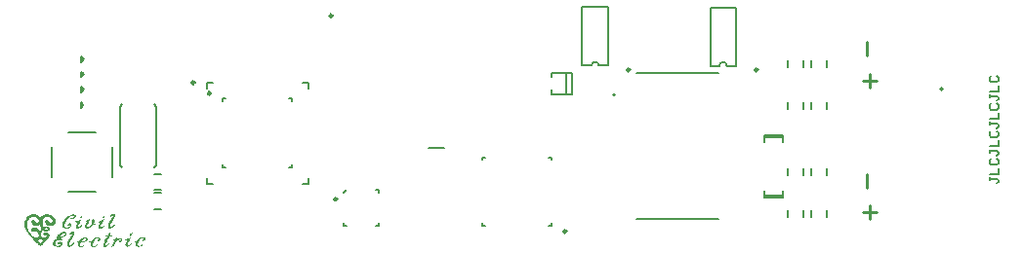
<source format=gto>
G04*
G04 #@! TF.GenerationSoftware,Altium Limited,Altium Designer,18.1.7 (191)*
G04*
G04 Layer_Color=65535*
%FSLAX44Y44*%
%MOMM*%
G71*
G01*
G75*
%ADD10C,0.2000*%
%ADD11C,0.2500*%
%ADD12C,0.1500*%
%ADD13C,0.1270*%
%ADD14C,0.2540*%
G36*
X261438Y319669D02*
X261599Y319605D01*
X261824Y319444D01*
X261857D01*
X261889Y319412D01*
X261986Y319283D01*
X262018Y319218D01*
X262114Y319089D01*
X262082Y319025D01*
X262018Y318896D01*
Y318864D01*
X261986Y318832D01*
X261953Y318767D01*
X261889Y318735D01*
X261857D01*
X261824Y318703D01*
X261663Y318606D01*
X261406Y318477D01*
X261148Y318316D01*
X261116D01*
X261084Y318284D01*
X260923Y318188D01*
X260697Y318059D01*
X260440Y317930D01*
X260182D01*
X260118Y317962D01*
X260053Y318027D01*
X260021Y318091D01*
Y318123D01*
X259989Y318252D01*
X260021Y318477D01*
X260053Y318606D01*
X260118Y318767D01*
Y318799D01*
X260150Y318864D01*
X260279Y319057D01*
X260472Y319283D01*
X260697Y319508D01*
X260730Y319540D01*
X260858Y319605D01*
X261052Y319669D01*
X261245Y319701D01*
X261309D01*
X261438Y319669D01*
D02*
G37*
G36*
X254417Y321151D02*
X254513D01*
X254642Y321119D01*
X254771D01*
X255125Y321086D01*
X255544Y321022D01*
X255576D01*
X255641Y320990D01*
X255866Y320925D01*
X256124Y320764D01*
X256349Y320507D01*
Y320474D01*
X256381Y320442D01*
X256478Y320249D01*
X256543Y319959D01*
Y319798D01*
X256510Y319605D01*
Y319573D01*
X256478Y319476D01*
X256414Y319283D01*
X256317Y319057D01*
X256188Y318799D01*
X255995Y318510D01*
X255770Y318188D01*
X255480Y317833D01*
X255448Y317801D01*
X255319Y317705D01*
X255158Y317544D01*
X254900Y317382D01*
X254578Y317189D01*
X254224Y317060D01*
X253805Y316964D01*
X253354Y316931D01*
X253290D01*
X253064Y316964D01*
X252806Y317028D01*
X252549Y317157D01*
X252484Y317189D01*
X252356Y317318D01*
X252195Y317511D01*
X252001Y317769D01*
X251969Y317801D01*
Y317930D01*
X251937Y318091D01*
X252001Y318284D01*
X252034Y318316D01*
X252098Y318413D01*
X252227Y318542D01*
X252388Y318606D01*
X252420D01*
X252517Y318638D01*
X252871D01*
X252968Y318606D01*
X253032Y318477D01*
X253064Y318413D01*
X253096Y318284D01*
Y318220D01*
X253129Y318091D01*
X253193Y317962D01*
X253322Y317898D01*
X253773D01*
X253837Y317930D01*
X253934Y317962D01*
X254063Y318027D01*
X254224Y318091D01*
X254385Y318220D01*
X254546Y318381D01*
X254707Y318574D01*
X254739Y318606D01*
X254771Y318671D01*
X254836Y318767D01*
X254932Y318928D01*
X255061Y319283D01*
X255093Y319476D01*
Y319669D01*
Y319701D01*
Y319734D01*
X255061Y319862D01*
X254997Y320023D01*
X254868Y320184D01*
X254836Y320217D01*
X254739Y320281D01*
X254578Y320313D01*
X254385Y320345D01*
X254191D01*
X254030Y320313D01*
X253805Y320281D01*
X253773D01*
X253644Y320249D01*
X253451Y320217D01*
X253257Y320152D01*
X253225D01*
X253096Y320088D01*
X252935Y320023D01*
X252710Y319895D01*
X252420Y319766D01*
X252130Y319605D01*
X251550Y319218D01*
X251518Y319186D01*
X251422Y319122D01*
X251261Y318993D01*
X251067Y318832D01*
X250842Y318638D01*
X250616Y318413D01*
X250101Y317898D01*
X250069Y317866D01*
X249972Y317737D01*
X249811Y317576D01*
X249586Y317350D01*
X249360Y317060D01*
X249103Y316738D01*
X248587Y316030D01*
X248555Y315998D01*
X248491Y315869D01*
X248362Y315643D01*
X248201Y315386D01*
X248008Y315096D01*
X247814Y314741D01*
X247396Y313969D01*
Y313936D01*
X247363Y313872D01*
X247299Y313775D01*
X247235Y313614D01*
X247106Y313260D01*
X246977Y312841D01*
Y312809D01*
X246945Y312745D01*
Y312616D01*
X246913Y312487D01*
X246880Y312068D01*
Y311617D01*
Y311585D01*
Y311521D01*
X246913Y311392D01*
X246945Y311231D01*
X247074Y310877D01*
X247267Y310490D01*
X247299Y310458D01*
X247331Y310426D01*
X247525Y310265D01*
X247814Y310071D01*
X248233Y309878D01*
X248265D01*
X248394Y309846D01*
X248555Y309814D01*
X248813Y309781D01*
X249070D01*
X249393Y309814D01*
X249747Y309878D01*
X250133Y310007D01*
X250166Y310039D01*
X250294Y310071D01*
X250488Y310168D01*
X250713Y310297D01*
X250971Y310458D01*
X251228Y310683D01*
X251454Y310909D01*
X251647Y311199D01*
Y311231D01*
X251679Y311295D01*
X251776Y311488D01*
Y311521D01*
X251808Y311585D01*
X251840Y311778D01*
Y311811D01*
Y311843D01*
Y311939D01*
X251808Y312036D01*
Y312068D01*
X251776Y312100D01*
X251712Y312165D01*
X251647Y312197D01*
X251583Y312229D01*
X251518D01*
X251422Y312197D01*
X251389D01*
X251325Y312165D01*
X251261Y312133D01*
X251196Y312068D01*
Y312036D01*
X251132Y312004D01*
X251067Y311811D01*
Y311778D01*
X251035Y311714D01*
X250938Y311521D01*
X250906Y311456D01*
X250842Y311327D01*
X250713Y311166D01*
X250552Y311038D01*
X250520Y311005D01*
X250391Y310973D01*
X250198D01*
X249940Y311005D01*
X249876D01*
X249747Y311070D01*
X249586Y311166D01*
X249457Y311327D01*
X249425Y311360D01*
X249393Y311488D01*
X249360Y311682D01*
Y311972D01*
Y312004D01*
X249393Y312068D01*
Y312165D01*
X249425Y312294D01*
X249554Y312584D01*
X249779Y312841D01*
X249811D01*
X249844Y312906D01*
X250037Y313002D01*
X250294Y313163D01*
X250649Y313324D01*
X250681D01*
X250745Y313356D01*
X250842Y313389D01*
X250971D01*
X251293Y313453D01*
X251744D01*
X251937Y313356D01*
X252227Y313228D01*
X252356Y313099D01*
X252517Y312970D01*
X252549D01*
X252581Y312906D01*
X252742Y312745D01*
X252871Y312487D01*
X252935Y312326D01*
X252968Y312165D01*
Y312133D01*
Y312100D01*
Y312004D01*
Y311875D01*
Y311585D01*
X252871Y311231D01*
Y311199D01*
X252806Y311070D01*
X252742Y310909D01*
X252613Y310716D01*
X252484Y310490D01*
X252323Y310297D01*
X252098Y310071D01*
X251873Y309878D01*
X251840Y309846D01*
X251744Y309814D01*
X251583Y309717D01*
X251389Y309620D01*
X251164Y309492D01*
X250906Y309363D01*
X250294Y309137D01*
X250230Y309105D01*
X250069Y309073D01*
X249811Y309009D01*
X249521Y308976D01*
X249457D01*
X249264Y308944D01*
X249006Y308912D01*
X248716Y308880D01*
X248459D01*
X248298Y308912D01*
X248104Y308944D01*
X247847Y308976D01*
X247299Y309105D01*
X246719Y309298D01*
X246107Y309588D01*
X245560Y309975D01*
X245334Y310200D01*
X245109Y310490D01*
Y310522D01*
X245077Y310555D01*
X245012Y310651D01*
X244980Y310780D01*
X244916Y310941D01*
X244851Y311102D01*
X244755Y311585D01*
X244722Y312165D01*
X244755Y312841D01*
X244819Y313195D01*
X244884Y313614D01*
X245045Y314001D01*
X245206Y314452D01*
Y314484D01*
X245270Y314580D01*
X245334Y314709D01*
X245431Y314870D01*
X245560Y315096D01*
X245689Y315353D01*
X246075Y315965D01*
X246558Y316642D01*
X247106Y317318D01*
X247750Y318027D01*
X248491Y318671D01*
X248523Y318703D01*
X248587Y318735D01*
X248716Y318832D01*
X248877Y318928D01*
X249070Y319089D01*
X249296Y319218D01*
X249586Y319412D01*
X249876Y319605D01*
X250584Y319991D01*
X251422Y320378D01*
X252323Y320764D01*
X253322Y321086D01*
X253354D01*
X253419Y321119D01*
X253515D01*
X253644Y321151D01*
X253998Y321183D01*
X254417Y321151D01*
D02*
G37*
G36*
X280923Y319444D02*
X281149Y319412D01*
X281213Y319379D01*
X281310Y319315D01*
X281439Y319218D01*
X281568Y319057D01*
Y319025D01*
X281600Y318993D01*
Y318799D01*
Y318767D01*
Y318703D01*
X281568Y318638D01*
X281535Y318606D01*
X281503D01*
X281471Y318542D01*
X281278Y318413D01*
X281020Y318252D01*
X280698Y318027D01*
X280666D01*
X280634Y317994D01*
X280537Y317930D01*
X280408Y317898D01*
X280086Y317769D01*
X279699Y317640D01*
Y317672D01*
Y317737D01*
X279667Y317866D01*
Y318027D01*
X279699Y318381D01*
X279764Y318574D01*
X279828Y318767D01*
Y318799D01*
X279861Y318864D01*
X280022Y319057D01*
X280247Y319283D01*
X280408Y319379D01*
X280601Y319444D01*
X280634D01*
X280762Y319476D01*
X280923Y319444D01*
D02*
G37*
G36*
X220921Y321376D02*
X221276Y321312D01*
X221694Y321247D01*
X222145Y321151D01*
X222596Y320990D01*
X223047Y320796D01*
X223111Y320764D01*
X223240Y320700D01*
X223466Y320571D01*
X223756Y320378D01*
X224078Y320152D01*
X224432Y319895D01*
X224818Y319573D01*
X225205Y319186D01*
X225237D01*
X225269Y319122D01*
X225430Y318961D01*
X225463D01*
X225495Y318896D01*
X225624Y318735D01*
X225656D01*
X225720Y318703D01*
X225785Y318671D01*
X225914Y318606D01*
X225946Y318638D01*
X226010Y318735D01*
X226107Y318864D01*
X226236Y318993D01*
X226268Y319025D01*
X226332Y319122D01*
X226461Y319250D01*
X226590Y319379D01*
X226622Y319412D01*
X226751Y319540D01*
X226944Y319701D01*
X227170Y319895D01*
X227492Y320152D01*
X227814Y320378D01*
X228200Y320603D01*
X228619Y320796D01*
X228683Y320829D01*
X228812Y320861D01*
X229038Y320957D01*
X229360Y321054D01*
X229714Y321151D01*
X230100Y321247D01*
X230551Y321312D01*
X231035Y321344D01*
X232001D01*
X232452Y321312D01*
X232967Y321279D01*
X233482Y321183D01*
X234030Y321054D01*
X234062D01*
X234094Y321022D01*
X234287Y320990D01*
X234545Y320861D01*
X234899Y320732D01*
X235318Y320507D01*
X235769Y320281D01*
X236220Y319959D01*
X236671Y319605D01*
X236703Y319573D01*
X236832Y319476D01*
X236993Y319315D01*
X237186Y319089D01*
X237444Y318864D01*
X237701Y318574D01*
X238185Y317898D01*
X238217Y317866D01*
X238281Y317737D01*
X238410Y317544D01*
X238539Y317286D01*
X238668Y316996D01*
X238829Y316642D01*
X238957Y316255D01*
X239086Y315837D01*
Y315804D01*
X239118Y315772D01*
Y315675D01*
X239151Y315579D01*
X239183Y315257D01*
X239215Y314870D01*
X239183Y314387D01*
X239086Y313872D01*
X238925Y313356D01*
X238668Y312809D01*
X238635Y312745D01*
X238507Y312584D01*
X238281Y312358D01*
X237991Y312068D01*
X237637Y311778D01*
X237186Y311521D01*
X236671Y311263D01*
X236059Y311102D01*
X235994D01*
X235898Y311070D01*
X235801D01*
X235479Y311038D01*
X235093Y311005D01*
X234610D01*
X234126Y311038D01*
X233579Y311102D01*
X233064Y311231D01*
X232999Y311263D01*
X232838Y311327D01*
X232580Y311456D01*
X232226Y311617D01*
X231840Y311843D01*
X231421Y312133D01*
X231002Y312519D01*
X230584Y312938D01*
Y312970D01*
X230519Y313002D01*
X230358Y313228D01*
X230197Y313518D01*
X230036Y313872D01*
Y313904D01*
X230004Y313969D01*
X229972Y314065D01*
X229939Y314194D01*
X229907Y314516D01*
Y314902D01*
Y314935D01*
X229939Y314999D01*
Y315128D01*
X229972Y315257D01*
X230100Y315579D01*
X230294Y315901D01*
Y315933D01*
X230358Y315965D01*
X230519Y316126D01*
X230809Y316320D01*
X231163Y316481D01*
X231196D01*
X231260Y316513D01*
X231357D01*
X231485Y316545D01*
X231775D01*
X232065Y316481D01*
X232097D01*
X232129Y316448D01*
X232323Y316352D01*
X232548Y316159D01*
X232806Y315901D01*
X232838Y315869D01*
X232935Y315740D01*
X233031Y315579D01*
X233160Y315386D01*
X233192Y315353D01*
X233289Y315224D01*
X233386Y315031D01*
X233514Y314838D01*
X233547Y314806D01*
X233579Y314741D01*
X233772Y314516D01*
X234094Y314258D01*
X234287Y314162D01*
X234481Y314065D01*
X234513D01*
X234577Y314033D01*
X234706D01*
X234835Y314001D01*
X235221Y314033D01*
X235415Y314097D01*
X235640Y314194D01*
X235672D01*
X235737Y314258D01*
X235930Y314419D01*
X236155Y314677D01*
X236284Y314870D01*
X236349Y315063D01*
Y315096D01*
X236381Y315160D01*
Y315289D01*
X236413Y315450D01*
X236381Y315869D01*
X236349Y316094D01*
X236252Y316320D01*
Y316352D01*
X236220Y316384D01*
X236123Y316609D01*
X235930Y316899D01*
X235672Y317254D01*
X235286Y317640D01*
X234835Y318027D01*
X234287Y318413D01*
X233611Y318703D01*
X233579D01*
X233514Y318735D01*
X233418Y318767D01*
X233289Y318799D01*
X232935Y318896D01*
X232452Y318993D01*
X231904Y319025D01*
X231324Y318993D01*
X230680Y318896D01*
X230390Y318799D01*
X230068Y318671D01*
X230036D01*
X229939Y318606D01*
X229778Y318510D01*
X229585Y318413D01*
X229392Y318252D01*
X229166Y318059D01*
X228941Y317866D01*
X228748Y317608D01*
X228715Y317576D01*
X228651Y317479D01*
X228587Y317350D01*
X228458Y317157D01*
X228329Y316931D01*
X228232Y316674D01*
X228007Y316094D01*
Y316030D01*
X227975Y315901D01*
X227910Y315643D01*
X227878Y315321D01*
X227814Y314967D01*
X227749Y314548D01*
X227717Y313646D01*
Y313582D01*
Y313421D01*
X227749Y313195D01*
X227782Y312873D01*
X227814Y312487D01*
X227878Y312068D01*
X227975Y311617D01*
X228104Y311166D01*
Y311134D01*
X228136Y311070D01*
X228232Y310844D01*
X228361Y310619D01*
X228426Y310522D01*
X228490Y310458D01*
X228877D01*
X229070Y310490D01*
X229263Y310522D01*
X229295D01*
X229424Y310555D01*
X229585Y310587D01*
X229811Y310619D01*
X230068D01*
X230358Y310651D01*
X231002Y310619D01*
X231035D01*
X231131Y310587D01*
X231324Y310555D01*
X231518Y310522D01*
X231775Y310458D01*
X232065Y310361D01*
X232645Y310136D01*
X232677D01*
X232709Y310104D01*
X232741D01*
X232806Y310071D01*
X232838D01*
X232870Y310007D01*
X233096Y309878D01*
X233353Y309653D01*
X233643Y309395D01*
X233675Y309363D01*
X233708Y309331D01*
X233772Y309234D01*
X233836Y309137D01*
X233933Y308815D01*
X233997Y308622D01*
Y308397D01*
Y308364D01*
Y308300D01*
X233965Y308171D01*
Y308042D01*
X233836Y307688D01*
X233740Y307527D01*
X233611Y307366D01*
X233579D01*
X233547Y307302D01*
X233353Y307141D01*
X233031Y306947D01*
X232677Y306754D01*
X232645Y306722D01*
X232484Y306690D01*
X232290Y306625D01*
X232001Y306529D01*
X231679Y306464D01*
X231292Y306400D01*
X230906Y306335D01*
X230487D01*
X230326Y306368D01*
X230133Y306400D01*
X229843Y306432D01*
X229521Y306529D01*
X229166Y306657D01*
X228812Y306851D01*
X228426Y307076D01*
X228393Y307108D01*
X228265Y307173D01*
X228104Y307269D01*
X227943D01*
X227846Y307205D01*
X227717Y307108D01*
X227588Y306947D01*
X227556Y306915D01*
X227492Y306786D01*
X227363Y306593D01*
X227234Y306368D01*
X227073Y306078D01*
X226912Y305756D01*
X226783Y305401D01*
X226654Y305015D01*
Y304983D01*
X226622Y304822D01*
X226558Y304628D01*
X226525Y304371D01*
X226493Y304016D01*
Y303662D01*
Y303244D01*
X226525Y302825D01*
Y302793D01*
X226558Y302696D01*
X226590Y302567D01*
X226654Y302374D01*
X226751Y302148D01*
X226880Y301955D01*
X227009Y301730D01*
X227202Y301504D01*
X227234Y301472D01*
X227298Y301408D01*
X227427Y301311D01*
X227588Y301214D01*
X227782Y301118D01*
X228007Y300989D01*
X228232Y300924D01*
X228522Y300860D01*
X228780D01*
X228973Y300892D01*
X229199Y300924D01*
X229456Y300989D01*
X229746Y301086D01*
X230036Y301247D01*
X230068Y301279D01*
X230165Y301343D01*
X230294Y301440D01*
X230487Y301569D01*
X230841Y301923D01*
X230970Y302116D01*
X231099Y302342D01*
Y302374D01*
X231131Y302406D01*
Y302567D01*
Y302760D01*
X231067Y302986D01*
X231035Y303018D01*
X230938Y303115D01*
X230745Y303211D01*
X230487Y303244D01*
X230455D01*
X230358Y303211D01*
X230197Y303179D01*
X230036Y303147D01*
X230004D01*
X229907Y303115D01*
X229778Y303082D01*
X229617Y303050D01*
X229585D01*
X229456Y303018D01*
X229263Y302986D01*
X229038D01*
X228909Y303018D01*
X228780Y303082D01*
X228619Y303244D01*
X228587Y303276D01*
X228522Y303405D01*
X228458Y303598D01*
X228426Y303791D01*
Y303855D01*
X228458Y303984D01*
X228490Y304145D01*
X228554Y304371D01*
Y304403D01*
X228587Y304435D01*
X228683Y304596D01*
X228844Y304822D01*
X229070Y304983D01*
X229102D01*
X229134Y305015D01*
X229295Y305079D01*
X229521Y305176D01*
X229811Y305240D01*
X229843D01*
X229972Y305273D01*
X230390D01*
X230648Y305305D01*
X230970Y305273D01*
X231614Y305208D01*
X231646D01*
X231743Y305176D01*
X231904Y305112D01*
X232129Y305047D01*
X232355Y304950D01*
X232645Y304822D01*
X232903Y304661D01*
X233192Y304435D01*
X233225Y304403D01*
X233289Y304338D01*
X233418Y304242D01*
X233547Y304113D01*
X233804Y303759D01*
X233901Y303533D01*
X233965Y303308D01*
Y303276D01*
X233997Y303211D01*
Y303082D01*
Y302921D01*
X233965Y302728D01*
X233901Y302503D01*
X233804Y302277D01*
X233643Y302020D01*
X233611Y301987D01*
X233579Y301891D01*
X233482Y301762D01*
X233386Y301601D01*
X233064Y301182D01*
X232709Y300699D01*
X232677Y300667D01*
X232613Y300602D01*
X232516Y300474D01*
X232387Y300313D01*
X232065Y299926D01*
X231711Y299475D01*
Y299443D01*
X231646Y299411D01*
X231485Y299218D01*
X231228Y298928D01*
X230906Y298541D01*
X230487Y298090D01*
X230036Y297607D01*
X229553Y297092D01*
X229038Y296544D01*
X228973Y296480D01*
X228812Y296287D01*
X228522Y296029D01*
X228168Y295675D01*
X227749Y295256D01*
X227266Y294805D01*
X226719Y294322D01*
X226171Y293839D01*
X226139Y293807D01*
X226042Y293710D01*
X225978Y293678D01*
X225849Y293613D01*
X225817Y293646D01*
X225753Y293678D01*
X225656Y293775D01*
X225527Y293871D01*
X225205Y294129D01*
X224818Y294419D01*
X224786Y294451D01*
X224722Y294483D01*
X224625Y294580D01*
X224496Y294676D01*
X224207Y294966D01*
X223852Y295288D01*
X223820Y295320D01*
X223756Y295385D01*
X223627Y295514D01*
X223466Y295675D01*
X223272Y295868D01*
X223015Y296094D01*
X222757Y296351D01*
X222467Y296641D01*
X221791Y297317D01*
X221050Y298090D01*
X220277Y298895D01*
X219504Y299733D01*
X219472Y299765D01*
X219408Y299830D01*
X219311Y299958D01*
X219150Y300119D01*
X218957Y300345D01*
X218731Y300602D01*
X218506Y300860D01*
X218216Y301182D01*
X217604Y301891D01*
X216960Y302696D01*
X216251Y303598D01*
X215543Y304499D01*
X215511Y304564D01*
X215382Y304725D01*
X215221Y304950D01*
X214963Y305273D01*
X214705Y305659D01*
X214415Y306078D01*
X213804Y306980D01*
X213771Y307044D01*
X213675Y307205D01*
X213514Y307463D01*
X213353Y307817D01*
X213127Y308236D01*
X212934Y308687D01*
X212709Y309202D01*
X212515Y309749D01*
Y309781D01*
X212483Y309814D01*
X212451Y309910D01*
X212419Y310039D01*
X212354Y310394D01*
X212258Y310812D01*
X212129Y311327D01*
X212064Y311907D01*
X212000Y312519D01*
X211968Y313131D01*
Y313163D01*
Y313260D01*
Y313421D01*
X212000Y313614D01*
Y313872D01*
X212032Y314130D01*
X212097Y314677D01*
Y314709D01*
X212129Y314774D01*
X212161Y314902D01*
X212193Y315063D01*
X212258Y315289D01*
X212322Y315514D01*
X212547Y316094D01*
X212837Y316770D01*
X213256Y317511D01*
X213514Y317898D01*
X213771Y318284D01*
X214093Y318671D01*
X214448Y319057D01*
X214512Y319122D01*
X214673Y319283D01*
X214899Y319508D01*
X215253Y319766D01*
X215639Y320056D01*
X216122Y320378D01*
X216606Y320635D01*
X217153Y320861D01*
X217185D01*
X217218Y320893D01*
X217411Y320957D01*
X217733Y321022D01*
X218119Y321151D01*
X218603Y321247D01*
X219150Y321312D01*
X219762Y321376D01*
X220406Y321408D01*
X220664D01*
X220921Y321376D01*
D02*
G37*
G36*
X268459Y317125D02*
X268556Y317060D01*
X268588D01*
X268620Y316996D01*
X268652Y316899D01*
X268685Y316770D01*
Y316738D01*
Y316674D01*
Y316448D01*
Y316416D01*
X268620Y316320D01*
X268556Y316126D01*
X268459Y315933D01*
X268363Y315675D01*
X268234Y315386D01*
X267944Y314774D01*
X267912Y314741D01*
X267880Y314645D01*
X267815Y314484D01*
X267719Y314258D01*
X267590Y314033D01*
X267461Y313743D01*
X267171Y313131D01*
Y313099D01*
X267139Y313034D01*
X267074Y312938D01*
X267010Y312777D01*
X266849Y312423D01*
X266688Y312004D01*
Y311972D01*
X266656Y311907D01*
X266591Y311811D01*
X266559Y311649D01*
X266398Y311327D01*
X266237Y310909D01*
Y310877D01*
X266205Y310812D01*
X266173Y310587D01*
Y310555D01*
Y310490D01*
X266140Y310329D01*
Y310265D01*
Y310136D01*
X266205Y309975D01*
X266334Y309846D01*
X266366Y309814D01*
X266462Y309781D01*
X266623Y309749D01*
X266817Y309781D01*
X266849Y309814D01*
X266881D01*
X266913Y309846D01*
X266945Y309878D01*
X267074Y309943D01*
X267235Y310071D01*
X267429Y310232D01*
X267686Y310394D01*
X267976Y310619D01*
X268588Y311070D01*
X268620Y311102D01*
X268717Y311199D01*
X268878Y311327D01*
X269071Y311488D01*
X269297Y311714D01*
X269554Y311972D01*
X270037Y312551D01*
X270070Y312584D01*
X270134Y312712D01*
X270198Y312873D01*
X270231Y313034D01*
Y313067D01*
Y313195D01*
X270198Y313389D01*
X270166Y313582D01*
Y313614D01*
X270134Y313743D01*
X270102Y313904D01*
X270070Y314130D01*
Y314387D01*
Y314677D01*
Y314967D01*
X270134Y315257D01*
Y315289D01*
X270166Y315386D01*
X270231Y315547D01*
X270327Y315740D01*
X270456Y315965D01*
X270649Y316191D01*
X270875Y316448D01*
X271132Y316674D01*
X271165Y316706D01*
X271294Y316803D01*
X271455Y316899D01*
X271648Y316996D01*
X271712Y317028D01*
X271841Y317060D01*
X272034D01*
X272260Y316996D01*
X272292D01*
X272324Y316964D01*
X272453Y316867D01*
X272614Y316706D01*
X272743Y316513D01*
Y316448D01*
X272775Y316320D01*
X272807Y316094D01*
Y315837D01*
Y315772D01*
Y315611D01*
X272775Y315386D01*
X272743Y315128D01*
Y315063D01*
X272711Y314902D01*
X272646Y314709D01*
X272582Y314452D01*
Y314387D01*
X272517Y314226D01*
X272453Y314033D01*
X272356Y313775D01*
X272324Y313711D01*
X272292Y313550D01*
X272195Y313324D01*
X272099Y313067D01*
X272131D01*
X272163Y313002D01*
X272356Y312906D01*
X272614Y312841D01*
X272775D01*
X272936Y312873D01*
X272968D01*
X273000Y312906D01*
X273194Y312938D01*
X273484D01*
X273806Y312873D01*
X273773Y312841D01*
X273741Y312777D01*
X273548Y312584D01*
X273290Y312358D01*
X272936Y312133D01*
X272904D01*
X272839Y312100D01*
X272743Y312068D01*
X272614Y312036D01*
X272292Y312004D01*
X272099D01*
X271873Y312036D01*
X271809D01*
X271680Y312068D01*
X271487Y312036D01*
X271294Y312004D01*
X271261Y311972D01*
X271165Y311939D01*
X271036Y311843D01*
X270875Y311682D01*
Y311649D01*
X270810Y311617D01*
X270649Y311424D01*
X270424Y311166D01*
X270166Y310877D01*
X270134Y310844D01*
X270102Y310812D01*
X269941Y310619D01*
X269683Y310394D01*
X269393Y310168D01*
X269361Y310136D01*
X269264Y310039D01*
X269071Y309910D01*
X268878Y309749D01*
X268588Y309588D01*
X268298Y309427D01*
X267944Y309266D01*
X267590Y309137D01*
X267557D01*
X267429Y309105D01*
X267235Y309041D01*
X266978Y309009D01*
X266656Y308976D01*
X266301D01*
X265915Y309009D01*
X265496Y309073D01*
X265464D01*
X265399Y309105D01*
X265174Y309170D01*
X264916Y309298D01*
X264820Y309395D01*
X264723Y309492D01*
X264691Y309556D01*
X264594Y309717D01*
X264498Y310007D01*
X264433Y310394D01*
Y310426D01*
Y310458D01*
X264401Y310683D01*
X264433Y310973D01*
X264466Y311295D01*
Y311327D01*
X264498Y311360D01*
X264562Y311585D01*
X264659Y311843D01*
X264788Y312165D01*
Y312197D01*
X264820Y312262D01*
X264884Y312390D01*
X264949Y312519D01*
X265142Y312873D01*
X265335Y313292D01*
Y313324D01*
X265367Y313389D01*
X265432Y313485D01*
X265496Y313646D01*
X265689Y314001D01*
X265883Y314419D01*
X265915Y314452D01*
X265947Y314516D01*
X266044Y314709D01*
X266076Y314741D01*
X266108Y314806D01*
X266173Y314935D01*
X266237Y315096D01*
X266044D01*
X265850Y315063D01*
X265625D01*
X265496Y315031D01*
X265335D01*
X265174Y314999D01*
Y315031D01*
Y315063D01*
Y315160D01*
Y315192D01*
Y315224D01*
X265206Y315257D01*
X265303Y315321D01*
X265432Y315418D01*
X265593Y315514D01*
X266044Y315837D01*
X266527Y316159D01*
X266559Y316191D01*
X266656Y316255D01*
X266784Y316352D01*
X266978Y316448D01*
X267396Y316770D01*
X267912Y317093D01*
X267944D01*
X268008Y317125D01*
X268105Y317157D01*
X268363D01*
X268459Y317125D01*
D02*
G37*
G36*
X261567Y317254D02*
X261535Y317157D01*
X261470Y316996D01*
X261374Y316803D01*
X261116Y316352D01*
X260858Y315837D01*
Y315804D01*
X260794Y315708D01*
X260762Y315579D01*
X260665Y315418D01*
X260472Y314967D01*
X260214Y314484D01*
Y314452D01*
X260150Y314387D01*
X260118Y314258D01*
X260021Y314130D01*
X259828Y313743D01*
X259602Y313324D01*
Y313292D01*
X259538Y313228D01*
X259473Y313099D01*
X259409Y312970D01*
X259184Y312584D01*
X258958Y312133D01*
X258926Y312100D01*
X258894Y312004D01*
X258797Y311843D01*
X258733Y311649D01*
X258700Y311617D01*
X258668Y311521D01*
X258572Y311360D01*
X258507Y311166D01*
Y311134D01*
X258475Y311102D01*
X258411Y310909D01*
X258346Y310651D01*
X258314Y310394D01*
Y310361D01*
X258346Y310232D01*
X258411Y310071D01*
X258539Y309943D01*
X258572D01*
X258604Y309910D01*
X258765Y309878D01*
X258958Y309846D01*
X259087Y309878D01*
X259184Y309910D01*
X259216Y309943D01*
X259345Y310007D01*
X259506Y310104D01*
X259699Y310232D01*
X259731D01*
X259763Y310297D01*
X259956Y310458D01*
X260214Y310683D01*
X260536Y310941D01*
X260569Y310973D01*
X260601Y311005D01*
X260794Y311166D01*
X261052Y311424D01*
X261341Y311682D01*
X261374Y311714D01*
X261438Y311778D01*
X261663Y311972D01*
X261696Y312004D01*
X261760Y312068D01*
X261986Y312262D01*
X262018Y312229D01*
X262114Y312133D01*
X262179Y312004D01*
X262211Y311875D01*
Y311843D01*
X262179Y311778D01*
X262082Y311585D01*
X262050Y311553D01*
X261986Y311456D01*
X261889Y311295D01*
X261728Y311134D01*
X261341Y310683D01*
X260858Y310200D01*
X260826Y310168D01*
X260762Y310104D01*
X260633Y309975D01*
X260440Y309846D01*
X260214Y309685D01*
X259989Y309524D01*
X259699Y309331D01*
X259377Y309170D01*
X259345D01*
X259312Y309137D01*
X259216Y309105D01*
X259087Y309073D01*
X258797Y309009D01*
X258443Y308976D01*
X258249D01*
X258121Y309009D01*
X257831Y309073D01*
X257477Y309170D01*
X257444D01*
X257412Y309202D01*
X257219Y309331D01*
X256994Y309524D01*
X256768Y309814D01*
Y309846D01*
X256736Y309910D01*
X256704Y310007D01*
X256671Y310136D01*
X256639Y310458D01*
Y310877D01*
Y310909D01*
Y310941D01*
X256704Y311134D01*
X256768Y311392D01*
X256865Y311682D01*
Y311714D01*
X256897Y311746D01*
X256961Y311939D01*
X257058Y312197D01*
X257155Y312487D01*
Y312519D01*
X257187Y312551D01*
X257283Y312745D01*
X257412Y313002D01*
X257573Y313324D01*
Y313356D01*
X257605Y313389D01*
X257734Y313582D01*
X257863Y313872D01*
X258056Y314226D01*
X257283D01*
X257155Y314258D01*
X257122D01*
X257026Y314291D01*
X256897Y314323D01*
X256736Y314387D01*
X256704Y314419D01*
X256607Y314452D01*
X256381Y314580D01*
X256349Y314613D01*
X256285Y314709D01*
X256220Y314870D01*
X256253Y315031D01*
Y315063D01*
X256317Y315160D01*
X256446Y315257D01*
X256607Y315289D01*
X256800D01*
X256994Y315321D01*
X257283Y315353D01*
X257573Y315386D01*
X257927Y315482D01*
X258249Y315579D01*
X258604Y315740D01*
X258636Y315772D01*
X258765Y315804D01*
X258958Y315901D01*
X259184Y316030D01*
X259473Y316159D01*
X259763Y316320D01*
X260440Y316674D01*
X260472Y316706D01*
X260601Y316770D01*
X260762Y316867D01*
X260955Y316964D01*
X260987Y316996D01*
X261148Y317060D01*
X261341Y317157D01*
X261599Y317286D01*
X261567Y317254D01*
D02*
G37*
G36*
X289555Y321634D02*
X289748Y321569D01*
X289780D01*
X289845Y321537D01*
X290070Y321473D01*
X290328Y321312D01*
X290553Y321086D01*
X290586Y321022D01*
X290682Y320861D01*
X290747Y320571D01*
Y320410D01*
X290714Y320217D01*
Y320184D01*
Y320152D01*
X290650Y319927D01*
X290586Y319637D01*
X290457Y319315D01*
Y319283D01*
X290424Y319250D01*
X290360Y319057D01*
X290231Y318799D01*
X290070Y318510D01*
X290038Y318445D01*
X289941Y318252D01*
X289780Y317962D01*
X289555Y317576D01*
X289297Y317125D01*
X289040Y316642D01*
X288718Y316094D01*
X288396Y315547D01*
X288363Y315482D01*
X288235Y315289D01*
X288073Y314999D01*
X287848Y314645D01*
X287590Y314194D01*
X287300Y313711D01*
X287011Y313163D01*
X286688Y312616D01*
X286656Y312551D01*
X286592Y312423D01*
X286463Y312197D01*
X286366Y311907D01*
Y311875D01*
X286334Y311843D01*
X286302Y311682D01*
X286238Y311424D01*
X286173Y311134D01*
Y311102D01*
Y311038D01*
X286141Y310844D01*
X286173Y310587D01*
X286238Y310490D01*
X286334Y310394D01*
X286399Y310361D01*
X286528Y310329D01*
X286785Y310297D01*
X286914Y310329D01*
X287107Y310361D01*
X287139D01*
X287204Y310394D01*
X287300Y310426D01*
X287397Y310490D01*
X287687Y310619D01*
X287977Y310844D01*
X288009Y310877D01*
X288041Y310909D01*
X288202Y311070D01*
X288460Y311295D01*
X288718Y311585D01*
X288750Y311617D01*
X288846Y311746D01*
X288975Y311907D01*
X289136Y312068D01*
X289168Y312100D01*
X289265Y312197D01*
X289394Y312326D01*
X289587Y312455D01*
X289619D01*
X289684Y312487D01*
X289780Y312519D01*
X290070D01*
X290199Y312487D01*
X290264Y312423D01*
X290296Y312390D01*
X290328Y312358D01*
X290360Y312229D01*
Y312068D01*
Y312036D01*
Y311939D01*
X290328Y311811D01*
X290264Y311714D01*
X290231Y311682D01*
X290135Y311585D01*
X290006Y311424D01*
X289845Y311231D01*
X289619Y311005D01*
X289394Y310780D01*
X288879Y310265D01*
X288846Y310232D01*
X288750Y310136D01*
X288589Y310007D01*
X288396Y309846D01*
X288138Y309685D01*
X287848Y309492D01*
X287526Y309298D01*
X287172Y309105D01*
X287139Y309073D01*
X287011Y309041D01*
X286817Y308976D01*
X286560Y308944D01*
X286270Y308912D01*
X285980Y308944D01*
X285658Y309009D01*
X285336Y309170D01*
X285304Y309202D01*
X285207Y309266D01*
X285078Y309395D01*
X284949Y309556D01*
X284788Y309781D01*
X284627Y310039D01*
X284498Y310329D01*
X284434Y310651D01*
Y310683D01*
Y310748D01*
X284402Y310909D01*
Y310941D01*
Y311005D01*
Y311134D01*
X284370Y311263D01*
Y311295D01*
X284402Y311392D01*
Y311553D01*
X284434Y311746D01*
X284498Y312004D01*
X284563Y312262D01*
X284692Y312841D01*
Y312873D01*
X284724Y312970D01*
X284788Y313131D01*
X284853Y313324D01*
X284949Y313550D01*
X285046Y313807D01*
X285271Y314355D01*
X285304Y314387D01*
X285336Y314484D01*
X285432Y314645D01*
X285561Y314838D01*
X285722Y315063D01*
X285883Y315321D01*
X286238Y315869D01*
X286270Y315901D01*
X286334Y315998D01*
X286431Y316159D01*
X286560Y316352D01*
X286721Y316577D01*
X286882Y316835D01*
X287268Y317382D01*
Y317415D01*
X287333Y317447D01*
X287461Y317640D01*
X287655Y317898D01*
X287880Y318155D01*
Y318188D01*
X287945Y318220D01*
X288073Y318381D01*
X288267Y318638D01*
X288492Y318896D01*
X288524Y318928D01*
X288556Y318993D01*
X288685Y319154D01*
Y319186D01*
X288718Y319250D01*
X288814Y319444D01*
Y319476D01*
X288846Y319605D01*
X288814Y319734D01*
X288750Y319895D01*
X288718Y319927D01*
X288653Y319959D01*
X288524Y319991D01*
X288331Y319959D01*
X288299Y319927D01*
X288170Y319895D01*
X288009Y319798D01*
X287848Y319701D01*
X287816Y319669D01*
X287687Y319605D01*
X287526Y319508D01*
X287365Y319379D01*
X287333Y319347D01*
X287236Y319283D01*
X287107Y319154D01*
X286946Y318993D01*
X286914Y318961D01*
X286817Y318928D01*
X286592D01*
X286495Y318993D01*
X286463Y319025D01*
X286366Y319154D01*
X286302Y319315D01*
Y319508D01*
Y319573D01*
X286366Y319701D01*
X286399Y319862D01*
X286495Y320088D01*
X286528Y320120D01*
X286592Y320217D01*
X286688Y320378D01*
X286817Y320539D01*
X287011Y320764D01*
X287268Y320957D01*
X287558Y321151D01*
X287912Y321344D01*
X287945D01*
X288041Y321408D01*
X288170Y321441D01*
X288331Y321505D01*
X288750Y321602D01*
X289201Y321666D01*
X289362D01*
X289555Y321634D01*
D02*
G37*
G36*
X281117Y317028D02*
X281084Y316931D01*
X281020Y316770D01*
X280923Y316577D01*
X280795Y316352D01*
X280666Y316126D01*
X280408Y315579D01*
Y315547D01*
X280344Y315450D01*
X280279Y315321D01*
X280183Y315160D01*
X279957Y314709D01*
X279699Y314226D01*
Y314194D01*
X279635Y314130D01*
X279603Y314001D01*
X279506Y313872D01*
X279313Y313485D01*
X279088Y313067D01*
Y313034D01*
X279023Y312970D01*
X278959Y312841D01*
X278894Y312712D01*
X278701Y312326D01*
X278476Y311907D01*
X278444Y311875D01*
X278411Y311778D01*
X278315Y311617D01*
X278250Y311424D01*
X278218Y311392D01*
X278186Y311295D01*
X278089Y311134D01*
X278025Y310941D01*
Y310909D01*
X277993Y310877D01*
X277928Y310683D01*
X277864Y310458D01*
Y310200D01*
Y310136D01*
X277896Y310039D01*
X277960Y309878D01*
X278089Y309749D01*
X278121D01*
X278154Y309717D01*
X278315Y309653D01*
X278508Y309620D01*
X278605Y309653D01*
X278701Y309685D01*
X278766Y309717D01*
X278862Y309781D01*
X279055Y309878D01*
X279216Y310007D01*
X279249Y310039D01*
X279281Y310071D01*
X279506Y310232D01*
X279764Y310490D01*
X280086Y310748D01*
X280118Y310780D01*
X280150Y310812D01*
X280344Y311005D01*
X280634Y311263D01*
X280956Y311553D01*
X280988Y311585D01*
X281052Y311649D01*
X281245Y311811D01*
X281278Y311843D01*
X281342Y311875D01*
X281568Y312068D01*
X281600Y312004D01*
X281664Y311875D01*
X281696Y311714D01*
Y311553D01*
Y311521D01*
X281664Y311456D01*
X281503Y311231D01*
X281471Y311199D01*
X281406Y311102D01*
X281310Y310973D01*
X281181Y310812D01*
X280859Y310426D01*
X280440Y310007D01*
X280408Y309975D01*
X280344Y309910D01*
X280215Y309814D01*
X280054Y309685D01*
X279828Y309524D01*
X279603Y309363D01*
X279088Y309041D01*
X279055D01*
X278959Y308976D01*
X278830Y308944D01*
X278701Y308880D01*
X278669D01*
X278572Y308848D01*
X278444Y308815D01*
X278315Y308783D01*
X277670D01*
X277381Y308848D01*
X277091Y308944D01*
X276833Y309073D01*
X276575Y309298D01*
X276543Y309331D01*
X276479Y309427D01*
X276382Y309556D01*
X276286Y309781D01*
X276221Y310039D01*
X276157Y310329D01*
X276189Y310683D01*
X276253Y311070D01*
Y311102D01*
X276286Y311134D01*
X276350Y311360D01*
X276447Y311649D01*
X276608Y311972D01*
Y312004D01*
X276640Y312036D01*
X276737Y312262D01*
X276865Y312551D01*
X277026Y312873D01*
X277059Y312906D01*
X277091Y313034D01*
X277187Y313228D01*
X277284Y313421D01*
X277316Y313485D01*
X277381Y313614D01*
X277477Y313807D01*
X277574Y314065D01*
X277187D01*
X276994Y314033D01*
X276672D01*
X276511Y314065D01*
X276479D01*
X276382Y314130D01*
X276157Y314258D01*
X276124Y314291D01*
X276060Y314355D01*
X275835Y314548D01*
Y314580D01*
X275802Y314645D01*
X275770Y314741D01*
X275802Y314870D01*
Y314902D01*
X275867Y314967D01*
X275963Y315031D01*
X276124Y315063D01*
X276350D01*
X276575Y315096D01*
X276898Y315128D01*
X277284Y315224D01*
X277670Y315321D01*
X278089Y315482D01*
X278508Y315675D01*
X278572Y315708D01*
X278701Y315772D01*
X278894Y315901D01*
X279184Y316062D01*
X279506Y316255D01*
X279893Y316448D01*
X280698Y316867D01*
X280730D01*
X280762Y316899D01*
X280891Y316931D01*
X280956Y316964D01*
X281020Y317028D01*
X281149Y317060D01*
X281117Y317028D01*
D02*
G37*
G36*
X286495Y305208D02*
X286592Y305176D01*
X286688Y305112D01*
X286721Y305079D01*
X286817Y304950D01*
X286882Y304725D01*
Y304435D01*
Y304403D01*
X286849Y304338D01*
X286785Y304145D01*
Y304113D01*
X286753Y304049D01*
X286656Y303855D01*
Y303823D01*
X286624Y303791D01*
X286560Y303598D01*
Y303566D01*
X286528Y303501D01*
X286463Y303405D01*
X286399Y303244D01*
X286463D01*
X286624Y303211D01*
X286849D01*
X287075Y303179D01*
X287139D01*
X287268Y303147D01*
X287461D01*
X287687Y303115D01*
X287719D01*
X287816Y303082D01*
X287945Y303050D01*
X288106Y303018D01*
X288138Y302986D01*
X288202Y302921D01*
X288299Y302825D01*
X288331Y302631D01*
Y302567D01*
X288299Y302470D01*
X288235Y302309D01*
X288106Y302213D01*
X288073D01*
X287977Y302181D01*
X287848Y302148D01*
X287655Y302116D01*
X287268D01*
X287043Y302084D01*
X286688D01*
X286463Y302116D01*
X286238D01*
X286044Y302084D01*
X285819Y301987D01*
X285787Y301955D01*
X285690Y301859D01*
X285561Y301698D01*
X285432Y301472D01*
Y301440D01*
X285368Y301375D01*
X285336Y301247D01*
X285239Y301086D01*
X285046Y300667D01*
X284788Y300184D01*
Y300152D01*
X284724Y300087D01*
X284660Y299958D01*
X284595Y299797D01*
X284370Y299411D01*
X284112Y298928D01*
X284080Y298895D01*
X284048Y298799D01*
X283951Y298638D01*
X283854Y298412D01*
X283725Y298187D01*
X283597Y297897D01*
X283274Y297317D01*
X283242Y297285D01*
X283210Y297188D01*
X283113Y297027D01*
X283017Y296802D01*
X282888Y296577D01*
X282759Y296287D01*
X282469Y295675D01*
X282437Y295610D01*
X282373Y295481D01*
X282308Y295320D01*
X282212Y295095D01*
X282180Y295031D01*
X282147Y294902D01*
X282083Y294741D01*
X282051Y294515D01*
Y294483D01*
Y294451D01*
Y294258D01*
X282115Y294064D01*
X282180Y293968D01*
X282276Y293903D01*
X282341Y293871D01*
X282469Y293839D01*
X282695D01*
X282824Y293871D01*
X282952Y293936D01*
X283017Y293968D01*
X283146Y294032D01*
X283339Y294129D01*
X283532Y294290D01*
X283597Y294322D01*
X283725Y294451D01*
X283887Y294580D01*
X284080Y294773D01*
X284144Y294837D01*
X284273Y294998D01*
X284498Y295224D01*
X284756Y295481D01*
Y295514D01*
X284820Y295546D01*
X284949Y295707D01*
X285143Y295932D01*
X285368Y296190D01*
X285400D01*
X285432Y296158D01*
X285465Y296126D01*
X285529Y296094D01*
Y296061D01*
X285497Y296029D01*
X285465Y295836D01*
Y295804D01*
X285432Y295771D01*
X285368Y295578D01*
Y295546D01*
X285304Y295481D01*
X285239Y295353D01*
X285175Y295192D01*
X284949Y294837D01*
X284660Y294419D01*
X284627Y294387D01*
X284595Y294322D01*
X284498Y294258D01*
X284370Y294129D01*
X284080Y293807D01*
X283693Y293485D01*
X283661D01*
X283629Y293420D01*
X283436Y293324D01*
X283178Y293163D01*
X282856Y293034D01*
X282824D01*
X282791Y293002D01*
X282566Y292969D01*
X282276Y292905D01*
X281954Y292873D01*
X281729D01*
X281632Y292905D01*
X281503D01*
X281213Y293034D01*
X281052Y293098D01*
X280891Y293227D01*
X280859Y293259D01*
X280827Y293291D01*
X280762Y293388D01*
X280666Y293517D01*
X280537Y293839D01*
X280473Y294032D01*
Y294225D01*
Y294258D01*
Y294290D01*
Y294515D01*
X280505Y294805D01*
X280537Y295127D01*
Y295159D01*
Y295192D01*
X280601Y295385D01*
X280666Y295643D01*
X280762Y295965D01*
Y295997D01*
X280795Y296094D01*
X280859Y296222D01*
X280923Y296416D01*
X281084Y296834D01*
X281278Y297349D01*
Y297382D01*
X281342Y297478D01*
X281406Y297607D01*
X281471Y297768D01*
X281568Y297962D01*
X281696Y298219D01*
X281922Y298734D01*
X281890D01*
X281793Y298702D01*
X281664Y298670D01*
X281503Y298638D01*
X281117Y298509D01*
X280666Y298412D01*
X280634D01*
X280569Y298380D01*
X280440Y298348D01*
X280279Y298316D01*
X279893Y298219D01*
X279474Y298123D01*
X279442Y298155D01*
X279410Y298187D01*
Y298219D01*
X279377Y298284D01*
X279410D01*
X279442Y298316D01*
X279635Y298412D01*
X279893Y298541D01*
X280215Y298670D01*
X280247D01*
X280279Y298702D01*
X280505Y298799D01*
X280762Y298928D01*
X281052Y299089D01*
X281084D01*
X281117Y299121D01*
X281310Y299250D01*
X281535Y299443D01*
X281825Y299636D01*
X281857D01*
X281890Y299701D01*
X282083Y299830D01*
X282341Y300023D01*
X282598Y300280D01*
X282663Y300345D01*
X282791Y300506D01*
X282985Y300731D01*
X283210Y301053D01*
Y301086D01*
X283274Y301118D01*
X283403Y301343D01*
X283629Y301633D01*
X283919Y301987D01*
X283854D01*
X283661Y302020D01*
X283081D01*
X282952Y302052D01*
X282791D01*
X282566Y302084D01*
X282534D01*
X282502Y302116D01*
X282308Y302181D01*
X282276D01*
X282244Y302213D01*
X282083Y302309D01*
Y302342D01*
X282115Y302406D01*
X282244Y302631D01*
Y302664D01*
X282308Y302728D01*
X282341Y302825D01*
X282437Y302857D01*
X282502Y302889D01*
X282630Y302921D01*
X282824Y302986D01*
X283049Y303050D01*
X283113D01*
X283242Y303082D01*
X283725D01*
X283887Y303115D01*
X284112Y303147D01*
X284305Y303211D01*
X284337Y303244D01*
X284434Y303340D01*
X284563Y303501D01*
X284724Y303727D01*
X284756Y303791D01*
X284820Y303920D01*
X284917Y304081D01*
X285078Y304306D01*
X285110Y304338D01*
X285175Y304467D01*
X285304Y304628D01*
X285465Y304822D01*
X285497Y304854D01*
X285529Y304886D01*
X285722Y305047D01*
X285755Y305079D01*
X285819Y305112D01*
X285916Y305176D01*
X286044Y305208D01*
X286077D01*
X286109Y305240D01*
X286270D01*
X286495Y305208D01*
D02*
G37*
G36*
X305852Y305691D02*
X305820Y305659D01*
X305755Y305434D01*
X305658Y305144D01*
X305530Y304854D01*
Y304822D01*
X305497Y304789D01*
X305433Y304596D01*
X305304Y304338D01*
X305175Y304049D01*
X305208D01*
X305336Y304016D01*
X305465Y303984D01*
X305626Y303952D01*
X305658D01*
X305755Y303920D01*
X305916Y303888D01*
X306142Y303855D01*
X306109Y303823D01*
X305981Y303759D01*
X305820Y303662D01*
X305594Y303533D01*
X305336Y303372D01*
X305047Y303211D01*
X304435Y302857D01*
X304403Y302825D01*
X304306Y302760D01*
X304113Y302696D01*
X303919Y302567D01*
X303662Y302406D01*
X303404Y302245D01*
X302792Y301923D01*
Y301955D01*
X302760Y301987D01*
X302728D01*
X302696Y302020D01*
X302728Y302052D01*
X302857Y302181D01*
X302985Y302374D01*
X303179Y302599D01*
X303211Y302664D01*
X303340Y302793D01*
X303501Y302986D01*
X303694Y303244D01*
X303662D01*
X303565Y303276D01*
X303436Y303340D01*
X303275Y303372D01*
X303243D01*
X303146Y303405D01*
X303018Y303437D01*
X302824Y303501D01*
X302857Y303533D01*
X302953Y303598D01*
X303114Y303694D01*
X303275Y303855D01*
X303501Y304016D01*
X303758Y304210D01*
X304306Y304596D01*
X304338Y304628D01*
X304435Y304693D01*
X304596Y304789D01*
X304789Y304918D01*
X305014Y305112D01*
X305272Y305305D01*
X305852Y305723D01*
Y305691D01*
D02*
G37*
G36*
X246977Y306078D02*
X247202Y306045D01*
X247460Y305949D01*
X247750Y305852D01*
X248008Y305691D01*
X248265Y305498D01*
X248426Y305240D01*
Y305208D01*
X248459Y305112D01*
X248491Y304950D01*
X248523Y304725D01*
Y304467D01*
X248491Y304145D01*
X248426Y303791D01*
X248265Y303405D01*
Y303372D01*
X248233Y303340D01*
X248137Y303179D01*
X247943Y302921D01*
X247718Y302664D01*
X247653Y302599D01*
X247492Y302470D01*
X247267Y302277D01*
X247009Y302116D01*
X246977Y302084D01*
X246913Y302052D01*
X246784Y301987D01*
X246655Y301891D01*
X246236Y301665D01*
X245785Y301440D01*
X245753D01*
X245689Y301375D01*
X245560Y301343D01*
X245399Y301247D01*
X244980Y301053D01*
X244529Y300828D01*
X244497D01*
X244401Y300796D01*
X244175Y300667D01*
X244143D01*
X244046Y300602D01*
X243885Y300538D01*
X243692Y300441D01*
X243756Y300409D01*
X243853Y300345D01*
X244014Y300280D01*
X244175Y300184D01*
X244207D01*
X244272Y300119D01*
X244497Y299991D01*
X244529D01*
X244562Y299926D01*
X244690Y299797D01*
X244851Y299572D01*
X244884Y299475D01*
Y299346D01*
Y299282D01*
X244787Y299153D01*
X244626Y298992D01*
X244529Y298895D01*
X244368Y298831D01*
X244336D01*
X244272Y298799D01*
X244175Y298767D01*
X244078Y298734D01*
X243756Y298670D01*
X243177D01*
X243048Y298702D01*
X242726Y298767D01*
X242371Y298928D01*
X242339D01*
X242275Y298992D01*
X242146Y299024D01*
X241985Y299056D01*
X241598Y299121D01*
X241405D01*
X241212Y299089D01*
X241180D01*
X241115Y299056D01*
X241019Y299024D01*
X240922Y298960D01*
X240600Y298799D01*
X240246Y298541D01*
X240214Y298509D01*
X240149Y298477D01*
X240053Y298380D01*
X239956Y298251D01*
X239634Y297897D01*
X239344Y297478D01*
Y297446D01*
X239279Y297382D01*
X239215Y297253D01*
X239151Y297092D01*
X239086Y296899D01*
X238990Y296673D01*
X238893Y296126D01*
Y296094D01*
Y295965D01*
Y295804D01*
X238925Y295578D01*
X238957Y295320D01*
X239054Y295063D01*
X239183Y294805D01*
X239344Y294548D01*
X239376Y294515D01*
X239440Y294451D01*
X239569Y294354D01*
X239730Y294225D01*
X239924Y294129D01*
X240181Y294032D01*
X240471Y293936D01*
X240793Y293903D01*
X241502D01*
X241921Y293968D01*
X241953D01*
X242017Y294000D01*
X242114D01*
X242243Y294032D01*
X242597Y294161D01*
X242951Y294354D01*
X242983Y294387D01*
X243080Y294483D01*
X243209Y294612D01*
X243338Y294773D01*
X243370Y294805D01*
X243434Y294934D01*
X243531Y295063D01*
X243595Y295256D01*
Y295288D01*
X243627Y295353D01*
Y295481D01*
Y295643D01*
Y295675D01*
X243595Y295771D01*
X243531Y295868D01*
X243434Y295965D01*
X243402D01*
X243338Y295997D01*
X243080D01*
X242983Y295965D01*
X242854Y295932D01*
X242694Y295900D01*
X242661D01*
X242629Y295868D01*
X242468Y295707D01*
Y295675D01*
X242404Y295610D01*
X242275Y295449D01*
X242210Y295385D01*
X242049Y295288D01*
X241824Y295159D01*
X241534Y295095D01*
X241470D01*
X241309Y295127D01*
X241115Y295192D01*
X240890Y295320D01*
X240858Y295353D01*
X240761Y295514D01*
X240664Y295707D01*
Y295836D01*
Y295965D01*
Y295997D01*
Y296029D01*
X240729Y296222D01*
X240858Y296448D01*
X240954Y296609D01*
X241083Y296738D01*
X241115Y296770D01*
X241180Y296834D01*
X241341Y296931D01*
X241502Y297060D01*
X241727Y297188D01*
X241985Y297285D01*
X242275Y297382D01*
X242597Y297446D01*
X242919D01*
X243144Y297414D01*
X243402Y297382D01*
X243660Y297285D01*
X243950Y297188D01*
X244239Y297027D01*
X244272Y296995D01*
X244368Y296931D01*
X244497Y296802D01*
X244626Y296641D01*
X244787Y296448D01*
X244948Y296190D01*
X245045Y295900D01*
X245109Y295578D01*
Y295546D01*
Y295449D01*
X245077Y295256D01*
X245045Y295063D01*
X244980Y294837D01*
X244851Y294580D01*
X244658Y294322D01*
X244401Y294064D01*
X244368Y294032D01*
X244272Y293968D01*
X244111Y293839D01*
X243885Y293710D01*
X243627Y293549D01*
X243305Y293388D01*
X242983Y293259D01*
X242629Y293130D01*
X242597D01*
X242468Y293098D01*
X242275Y293066D01*
X242017Y293002D01*
X241695Y292969D01*
X241341D01*
X240986Y292937D01*
X240568Y292969D01*
X240503D01*
X240342Y293002D01*
X240117Y293034D01*
X239827Y293098D01*
X239763D01*
X239569Y293163D01*
X239312Y293195D01*
X239022Y293291D01*
X238990D01*
X238957Y293324D01*
X238861Y293356D01*
X238732Y293388D01*
X238410Y293549D01*
X238023Y293742D01*
X237637Y294032D01*
X237250Y294387D01*
X236896Y294837D01*
X236767Y295063D01*
X236671Y295353D01*
Y295385D01*
Y295417D01*
X236639Y295514D01*
X236606Y295643D01*
Y295932D01*
Y296351D01*
X236671Y296802D01*
X236832Y297317D01*
X236961Y297607D01*
X237089Y297865D01*
X237283Y298155D01*
X237508Y298412D01*
X237540Y298445D01*
X237605Y298509D01*
X237669Y298606D01*
X237798Y298734D01*
X238120Y299024D01*
X238539Y299314D01*
X238571Y299346D01*
X238635Y299379D01*
X238764Y299443D01*
X238925Y299540D01*
X239312Y299765D01*
X239763Y299958D01*
X239795D01*
X239827Y299991D01*
X239956Y300055D01*
X240117Y300152D01*
X240246Y300248D01*
X240278Y300280D01*
X240310Y300409D01*
Y300602D01*
X240246Y300860D01*
Y300892D01*
X240214Y301021D01*
Y301182D01*
Y301375D01*
Y301440D01*
Y301537D01*
X240246Y301730D01*
X240278Y301891D01*
Y301923D01*
X240310Y301955D01*
X240439Y302181D01*
X240568Y302470D01*
X240761Y302793D01*
Y302825D01*
X240793Y302889D01*
X240922Y303082D01*
X241115Y303340D01*
X241341Y303598D01*
X241405Y303630D01*
X241534Y303759D01*
X241759Y303952D01*
X242049Y304210D01*
X242404Y304467D01*
X242790Y304757D01*
X243241Y305047D01*
X243692Y305305D01*
X243756Y305337D01*
X243917Y305401D01*
X244175Y305530D01*
X244529Y305659D01*
X244916Y305788D01*
X245399Y305917D01*
X245946Y306013D01*
X246494Y306078D01*
X246526Y306110D01*
X246816D01*
X246977Y306078D01*
D02*
G37*
G36*
X292518Y301021D02*
X292582Y300989D01*
X292615Y300924D01*
X292647Y300860D01*
X292679Y300763D01*
Y300731D01*
Y300667D01*
Y300506D01*
X292647Y300441D01*
X292615Y300313D01*
X292518Y300152D01*
X292421Y299926D01*
X292389Y299894D01*
X292357Y299765D01*
X292260Y299572D01*
X292164Y299346D01*
X292196D01*
X292293Y299379D01*
X292421Y299443D01*
X292582Y299507D01*
X293001Y299701D01*
X293452Y299894D01*
X293484D01*
X293549Y299926D01*
X293678Y299991D01*
X293871Y300055D01*
X294289Y300216D01*
X294772Y300377D01*
X294837D01*
X294966Y300409D01*
X295159Y300441D01*
X295771D01*
X295996Y300409D01*
X296029D01*
X296093Y300377D01*
X296318Y300313D01*
X296576Y300184D01*
X296802Y299958D01*
X296834Y299894D01*
X296930Y299701D01*
X296995Y299443D01*
X297027Y299056D01*
Y299024D01*
Y298960D01*
X296995Y298831D01*
X296963Y298702D01*
X296834Y298316D01*
X296705Y298123D01*
X296576Y297929D01*
X296544Y297897D01*
X296512Y297833D01*
X296415Y297736D01*
X296286Y297639D01*
X295964Y297382D01*
X295771Y297285D01*
X295546Y297188D01*
X295513D01*
X295449Y297156D01*
X295256Y297124D01*
X294869D01*
X294708Y297188D01*
X294483Y297285D01*
X294257Y297446D01*
X294225Y297478D01*
X294128Y297607D01*
X294064Y297800D01*
X294032Y298058D01*
Y298090D01*
X294064Y298219D01*
X294161Y298348D01*
X294322Y298477D01*
X294386Y298509D01*
X294515Y298541D01*
X294772Y298573D01*
X295095D01*
X295191Y298541D01*
X295417Y298509D01*
X295513D01*
X295610Y298573D01*
X295674Y298702D01*
Y298734D01*
X295707Y298799D01*
X295739Y298895D01*
Y299024D01*
Y299056D01*
Y299153D01*
X295674Y299346D01*
X295642Y299379D01*
X295610Y299475D01*
X295513Y299572D01*
X295384Y299636D01*
X295352D01*
X295256Y299669D01*
X295127D01*
X294998Y299636D01*
X294966D01*
X294837Y299572D01*
X294676Y299507D01*
X294483Y299443D01*
X294450D01*
X294322Y299379D01*
X294161Y299314D01*
X294000Y299218D01*
X293935Y299185D01*
X293742Y299056D01*
X293484Y298863D01*
X293130Y298573D01*
X292711Y298251D01*
X292293Y297897D01*
X291842Y297511D01*
X291391Y297060D01*
X291326Y296995D01*
X291197Y296834D01*
X290972Y296577D01*
X290714Y296222D01*
X290424Y295804D01*
X290103Y295320D01*
X289813Y294773D01*
X289523Y294161D01*
Y294129D01*
X289458Y294032D01*
X289394Y293903D01*
X289329Y293742D01*
X289104Y293420D01*
X288975Y293291D01*
X288846Y293227D01*
X288782Y293195D01*
X288685D01*
X288556Y293163D01*
X288363Y293130D01*
X287816D01*
X287429Y293163D01*
Y293195D01*
X287461Y293227D01*
X287558Y293420D01*
X287687Y293710D01*
X287880Y294097D01*
X288106Y294548D01*
X288363Y295031D01*
X288653Y295578D01*
X288943Y296126D01*
Y296158D01*
X288975Y296190D01*
X289072Y296383D01*
X289233Y296673D01*
X289458Y297060D01*
X289716Y297511D01*
X290006Y298026D01*
X290296Y298573D01*
X290650Y299153D01*
X290618D01*
X290553Y299121D01*
X290424D01*
X290296Y299089D01*
X289941Y298992D01*
X289587Y298895D01*
X289523D01*
X289426Y298863D01*
X289297Y298831D01*
X289007Y298767D01*
X288653Y298670D01*
Y298702D01*
Y298734D01*
Y298767D01*
X288621Y298799D01*
X288653Y298831D01*
X288750Y298895D01*
X288782Y298928D01*
X288911Y298992D01*
X288943Y299024D01*
X289040Y299056D01*
X289201Y299121D01*
X289394Y299250D01*
X289619Y299346D01*
X289877Y299475D01*
X290424Y299765D01*
X290457Y299797D01*
X290553Y299830D01*
X290714Y299926D01*
X290875Y300055D01*
X291326Y300409D01*
X291809Y300860D01*
X291842Y300892D01*
X291938Y300989D01*
X291971Y301021D01*
X292099Y301053D01*
X292454D01*
X292518Y301021D01*
D02*
G37*
G36*
X315514Y301472D02*
X315836Y301408D01*
X315868D01*
X315997Y301375D01*
X316126Y301311D01*
X316319Y301214D01*
X316512Y301086D01*
X316706Y300892D01*
X316867Y300699D01*
X316963Y300409D01*
Y300377D01*
X316996Y300280D01*
Y300152D01*
Y300023D01*
Y299991D01*
Y299926D01*
X316963Y299830D01*
X316931Y299701D01*
X316802Y299346D01*
X316706Y299153D01*
X316545Y298960D01*
X316512Y298928D01*
X316416Y298831D01*
X316255Y298702D01*
X316094Y298573D01*
X316061Y298541D01*
X315965Y298477D01*
X315804Y298380D01*
X315611Y298251D01*
X315578Y298219D01*
X315450Y298187D01*
X315289Y298155D01*
X315095Y298123D01*
X315063D01*
X314934Y298155D01*
X314773Y298219D01*
X314612Y298316D01*
X314580Y298348D01*
X314483Y298477D01*
X314419Y298638D01*
X314387Y298831D01*
Y298895D01*
X314419Y299024D01*
X314483Y299185D01*
X314548Y299379D01*
X314580Y299411D01*
X314644Y299507D01*
X314838Y299733D01*
X314870Y299765D01*
X314934Y299830D01*
X315128Y300055D01*
X315160Y300087D01*
X315192Y300152D01*
X315256Y300313D01*
Y300345D01*
X315289Y300409D01*
X315385Y300570D01*
X315353D01*
X315289Y300602D01*
X315095Y300667D01*
X315063D01*
X314999Y300699D01*
X314773D01*
X314741Y300667D01*
X314548Y300602D01*
X314290Y300538D01*
X313968Y300409D01*
X313936D01*
X313904Y300377D01*
X313743Y300313D01*
X313485Y300184D01*
X313195Y300055D01*
X313163D01*
X313098Y299991D01*
X313002Y299926D01*
X312841Y299830D01*
X312519Y299540D01*
X312197Y299185D01*
X312164Y299153D01*
X312132Y299089D01*
X312068Y298992D01*
X311971Y298863D01*
X311746Y298541D01*
X311488Y298123D01*
X311456Y298090D01*
X311424Y298026D01*
X311359Y297897D01*
X311263Y297704D01*
X311037Y297285D01*
X310779Y296802D01*
Y296770D01*
X310715Y296673D01*
X310683Y296544D01*
X310618Y296383D01*
X310522Y296158D01*
X310457Y295900D01*
X310329Y295353D01*
Y295320D01*
Y295224D01*
Y295063D01*
Y294870D01*
X310425Y294451D01*
X310490Y294225D01*
X310618Y294064D01*
X310651D01*
X310683Y294000D01*
X310812Y293968D01*
X310940Y293903D01*
X311102Y293871D01*
X311327Y293839D01*
X311585Y293871D01*
X311875Y293903D01*
X311907D01*
X311939Y293936D01*
X312164Y293968D01*
X312422Y294064D01*
X312744Y294193D01*
X312776D01*
X312808Y294225D01*
X313002Y294354D01*
X313259Y294515D01*
X313549Y294676D01*
X313582D01*
X313614Y294709D01*
X313775Y294837D01*
X314000Y294998D01*
X314258Y295224D01*
X314290D01*
X314322Y295288D01*
X314483Y295417D01*
X314741Y295610D01*
X315063Y295836D01*
Y295804D01*
X315031Y295771D01*
X314966Y295578D01*
X314838Y295320D01*
X314644Y294966D01*
X314387Y294612D01*
X314032Y294225D01*
X313582Y293871D01*
X313066Y293581D01*
X313034D01*
X313002Y293549D01*
X312808Y293452D01*
X312486Y293356D01*
X312100Y293227D01*
X311649Y293130D01*
X311166Y293066D01*
X310618Y293098D01*
X310103Y293195D01*
X310071D01*
X309974Y293259D01*
X309813Y293324D01*
X309620Y293420D01*
X309169Y293678D01*
X308944Y293871D01*
X308750Y294064D01*
X308718Y294097D01*
X308686Y294193D01*
X308589Y294322D01*
X308525Y294515D01*
X308461Y294741D01*
X308396Y295031D01*
X308364Y295353D01*
Y295675D01*
Y295707D01*
Y295739D01*
X308396Y295900D01*
X308428Y296126D01*
X308493Y296383D01*
Y296416D01*
X308525Y296448D01*
X308557Y296609D01*
X308589Y296866D01*
X308654Y297156D01*
X308589D01*
X308461Y297188D01*
X308235Y297221D01*
X307978Y297253D01*
X307913D01*
X307784Y297285D01*
X307559Y297317D01*
X307333Y297349D01*
Y297382D01*
Y297446D01*
Y297478D01*
Y297543D01*
X307398Y297575D01*
X307527Y297607D01*
X307688Y297672D01*
X307881Y297736D01*
X307945D01*
X308074Y297800D01*
X308235Y297833D01*
X308461Y297929D01*
X308493D01*
X308557Y297962D01*
X308686Y298026D01*
X308815Y298090D01*
X309169Y298284D01*
X309556Y298573D01*
X309588Y298606D01*
X309620Y298638D01*
X309717Y298734D01*
X309846Y298863D01*
X310135Y299153D01*
X310490Y299475D01*
X310522Y299507D01*
X310618Y299604D01*
X310779Y299733D01*
X310973Y299894D01*
X311198Y300087D01*
X311488Y300313D01*
X312100Y300763D01*
X312132Y300796D01*
X312261Y300860D01*
X312422Y300957D01*
X312647Y301053D01*
X312937Y301182D01*
X313227Y301279D01*
X313582Y301375D01*
X313968Y301440D01*
X314065D01*
X314161Y301472D01*
X314258D01*
X314580Y301504D01*
X315224D01*
X315514Y301472D01*
D02*
G37*
G36*
X276286Y301375D02*
X276737Y301279D01*
X276962Y301214D01*
X277155Y301118D01*
X277187D01*
X277252Y301053D01*
X277445Y300892D01*
X277670Y300570D01*
X277767Y300377D01*
X277831Y300152D01*
Y300119D01*
Y300055D01*
X277864Y299958D01*
Y299797D01*
X277831Y299636D01*
X277767Y299443D01*
X277703Y299250D01*
X277574Y299024D01*
X277542Y298992D01*
X277509Y298928D01*
X277413Y298831D01*
X277284Y298702D01*
X276962Y298412D01*
X276511Y298123D01*
X276479D01*
X276350Y298090D01*
X276286Y298058D01*
X276189Y298026D01*
X275931D01*
X275706Y298058D01*
X275480Y298155D01*
X275448Y298187D01*
X275352Y298316D01*
X275319Y298509D01*
X275287Y298638D01*
X275319Y298799D01*
X275352Y298863D01*
X275384Y298992D01*
X275480Y299153D01*
X275609Y299346D01*
X275641Y299379D01*
X275738Y299507D01*
X275835Y299669D01*
X275963Y299862D01*
Y299894D01*
X275996Y299958D01*
X276124Y300152D01*
Y300184D01*
X276157Y300248D01*
X276286Y300441D01*
X276253D01*
X276157Y300474D01*
X276028D01*
X275899Y300506D01*
X275867D01*
X275802Y300538D01*
X275513D01*
X275448Y300506D01*
X275319D01*
X275191Y300474D01*
X274836Y300345D01*
X274450Y300184D01*
X274418D01*
X274353Y300152D01*
X274256Y300087D01*
X274128Y299991D01*
X273838Y299797D01*
X273516Y299507D01*
X273484Y299475D01*
X273387Y299346D01*
X273226Y299153D01*
X273000Y298928D01*
X272775Y298638D01*
X272549Y298284D01*
X272292Y297929D01*
X272066Y297543D01*
X272034Y297511D01*
X271970Y297349D01*
X271873Y297156D01*
X271777Y296866D01*
X271616Y296512D01*
X271487Y296126D01*
X271358Y295675D01*
X271261Y295224D01*
Y295192D01*
X271229Y295063D01*
Y294902D01*
X271261Y294709D01*
Y294676D01*
X271294Y294548D01*
X271326Y294387D01*
X271390Y294193D01*
X271422Y294161D01*
X271487Y294064D01*
X271583Y293936D01*
X271744Y293807D01*
X271777Y293775D01*
X271905Y293742D01*
X272066Y293710D01*
X272356D01*
X272485Y293742D01*
X272711Y293807D01*
X272936Y293839D01*
X272968D01*
X273097Y293903D01*
X273258Y293936D01*
X273451Y294032D01*
X273484D01*
X273548Y294097D01*
X273677Y294161D01*
X273838Y294258D01*
X274224Y294483D01*
X274675Y294773D01*
X274707Y294805D01*
X274772Y294837D01*
X274901Y294934D01*
X275062Y295031D01*
X275448Y295288D01*
X275899Y295610D01*
X275867Y295546D01*
X275802Y295385D01*
X275706Y295127D01*
X275513Y294837D01*
X275255Y294483D01*
X274933Y294129D01*
X274514Y293775D01*
X273999Y293485D01*
X273934Y293452D01*
X273741Y293356D01*
X273451Y293227D01*
X273097Y293130D01*
X272646Y293002D01*
X272131Y292969D01*
X271583D01*
X271004Y293066D01*
X270971D01*
X270875Y293098D01*
X270714Y293163D01*
X270520Y293259D01*
X270327Y293356D01*
X270102Y293517D01*
X269876Y293678D01*
X269683Y293903D01*
X269651Y293936D01*
X269619Y294000D01*
X269522Y294129D01*
X269458Y294258D01*
X269361Y294483D01*
X269297Y294709D01*
X269232Y294966D01*
Y295288D01*
Y295320D01*
Y295353D01*
X269264Y295546D01*
X269297Y295804D01*
X269329Y296126D01*
Y296158D01*
X269361Y296190D01*
X269393Y296416D01*
X269425Y296705D01*
X269490Y297027D01*
X269425D01*
X269297Y297060D01*
X269103Y297092D01*
X268878Y297124D01*
X268813D01*
X268685Y297156D01*
X268459Y297188D01*
X268169Y297221D01*
Y297253D01*
X268202Y297285D01*
X268234Y297349D01*
X268266Y297382D01*
X268298Y297414D01*
X268330Y297446D01*
X268363D01*
X268491Y297478D01*
X268652Y297543D01*
X268878Y297639D01*
X269136Y297736D01*
X269425Y297865D01*
X270005Y298187D01*
X270037Y298219D01*
X270134Y298284D01*
X270263Y298412D01*
X270456Y298541D01*
X270907Y298928D01*
X271422Y299411D01*
X271455Y299443D01*
X271583Y299572D01*
X271777Y299733D01*
X272002Y299926D01*
X272292Y300152D01*
X272614Y300377D01*
X273355Y300860D01*
X273419Y300892D01*
X273548Y300957D01*
X273773Y301021D01*
X274063Y301150D01*
X274418Y301247D01*
X274836Y301311D01*
X275287Y301375D01*
X275770Y301408D01*
X276092D01*
X276286Y301375D01*
D02*
G37*
G36*
X265561Y301311D02*
X265657D01*
X265979Y301247D01*
X266301Y301118D01*
X266334D01*
X266366Y301086D01*
X266527Y300924D01*
X266752Y300699D01*
X266913Y300345D01*
Y300313D01*
X266945Y300248D01*
X266978Y300152D01*
Y300023D01*
X267010Y299669D01*
X266978Y299507D01*
X266945Y299314D01*
Y299282D01*
X266913Y299250D01*
X266784Y299024D01*
X266591Y298767D01*
X266334Y298509D01*
X266301D01*
X266269Y298445D01*
X266173Y298380D01*
X266044Y298284D01*
X265754Y298090D01*
X265399Y297865D01*
X265367D01*
X265303Y297800D01*
X265206Y297768D01*
X265077Y297672D01*
X264755Y297511D01*
X264401Y297349D01*
X264369D01*
X264272Y297285D01*
X264144Y297253D01*
X263950Y297156D01*
X263725Y297092D01*
X263467Y296995D01*
X262920Y296834D01*
X262887D01*
X262791Y296802D01*
X262630Y296770D01*
X262437Y296738D01*
X262211Y296705D01*
X261277D01*
X261116Y296673D01*
X260923Y296641D01*
X260697Y296544D01*
X260665Y296512D01*
X260601Y296416D01*
X260504Y296222D01*
X260440Y295965D01*
Y295900D01*
X260407Y295771D01*
X260375Y295546D01*
X260311Y295288D01*
Y295224D01*
X260279Y295095D01*
X260246Y294870D01*
Y294644D01*
Y294612D01*
Y294548D01*
X260279Y294354D01*
X260343Y294129D01*
X260407Y294032D01*
X260472Y293968D01*
X260504Y293936D01*
X260665Y293839D01*
X260891Y293775D01*
X261213Y293710D01*
X261406D01*
X261535Y293742D01*
X261857Y293807D01*
X262211Y293903D01*
X262243D01*
X262308Y293936D01*
X262404Y293968D01*
X262501Y294000D01*
X262823Y294129D01*
X263145Y294290D01*
X263209Y294322D01*
X263338Y294387D01*
X263564Y294483D01*
X263789Y294612D01*
X263821D01*
X263854Y294644D01*
X264015Y294709D01*
X264240Y294805D01*
X264466Y294934D01*
Y294902D01*
X264498Y294837D01*
X264530Y294805D01*
X264562Y294709D01*
X264530Y294676D01*
X264433Y294580D01*
X264272Y294451D01*
X264047Y294258D01*
X263789Y294032D01*
X263467Y293839D01*
X262791Y293388D01*
X262759Y293356D01*
X262630Y293324D01*
X262404Y293227D01*
X262147Y293130D01*
X261824Y293066D01*
X261438Y292969D01*
X261019Y292937D01*
X260536D01*
X260407Y292969D01*
X260343Y293002D01*
X260150D01*
X260021Y293034D01*
X259828Y293066D01*
X259570Y293130D01*
X259312Y293259D01*
X259023Y293388D01*
X258797Y293613D01*
X258572Y293871D01*
X258539Y293903D01*
X258507Y294000D01*
X258411Y294161D01*
X258346Y294387D01*
X258282Y294644D01*
X258217Y294934D01*
X258185Y295288D01*
X258217Y295643D01*
Y295707D01*
X258249Y295836D01*
X258314Y295997D01*
X258378Y296222D01*
X258411Y296287D01*
X258443Y296416D01*
Y296577D01*
X258411Y296770D01*
X258378Y296802D01*
X258314Y296899D01*
X258217Y296995D01*
X258024Y297092D01*
X257960Y297124D01*
X257831Y297188D01*
X257670Y297285D01*
X257477Y297382D01*
X257444Y297414D01*
X257316Y297478D01*
X257155Y297607D01*
X256961Y297768D01*
X256929Y297800D01*
X256832Y297929D01*
X256704Y298090D01*
X256607Y298348D01*
X256639D01*
X256671Y298316D01*
X256832Y298251D01*
X257058Y298187D01*
X257283Y298090D01*
X257348Y298058D01*
X257477Y297994D01*
X257670Y297897D01*
X257895Y297800D01*
X257927D01*
X257992Y297768D01*
X258088Y297736D01*
X258217Y297704D01*
X258507Y297639D01*
X258765D01*
X258797Y297672D01*
X258958Y297736D01*
X259151Y297897D01*
X259280Y298026D01*
X259409Y298187D01*
X259441Y298251D01*
X259570Y298380D01*
X259731Y298606D01*
X259989Y298895D01*
X260279Y299185D01*
X260601Y299507D01*
X260987Y299862D01*
X261374Y300152D01*
X261438Y300184D01*
X261567Y300280D01*
X261792Y300409D01*
X262114Y300570D01*
X262501Y300763D01*
X262952Y300957D01*
X263435Y301118D01*
X263950Y301247D01*
X264015D01*
X264176Y301279D01*
X264401Y301311D01*
X264659Y301343D01*
X265464D01*
X265561Y301311D01*
D02*
G37*
G36*
X304531Y301408D02*
X304467Y301311D01*
X304403Y301182D01*
X304338Y300989D01*
X304113Y300570D01*
X303855Y300055D01*
Y300023D01*
X303790Y299926D01*
X303726Y299797D01*
X303662Y299604D01*
X303436Y299185D01*
X303179Y298670D01*
X303146Y298638D01*
X303114Y298541D01*
X303018Y298380D01*
X302921Y298187D01*
X302792Y297962D01*
X302663Y297704D01*
X302341Y297124D01*
X302309Y297092D01*
X302277Y296995D01*
X302180Y296834D01*
X302083Y296609D01*
X301955Y296383D01*
X301826Y296094D01*
X301536Y295514D01*
Y295481D01*
X301472Y295385D01*
X301439Y295256D01*
X301375Y295127D01*
Y295095D01*
X301343Y294998D01*
X301311Y294837D01*
X301278Y294676D01*
Y294644D01*
Y294612D01*
X301311Y294419D01*
X301375Y294193D01*
X301536Y294000D01*
X301600Y293968D01*
X301729Y293936D01*
X301955D01*
X302083Y293968D01*
X302245Y294032D01*
X302277D01*
X302309Y294064D01*
X302502Y294193D01*
X302760Y294387D01*
X303018Y294612D01*
X303050D01*
X303082Y294676D01*
X303275Y294805D01*
X303501Y295031D01*
X303790Y295256D01*
X303823Y295288D01*
X303952Y295385D01*
X304113Y295546D01*
X304274Y295707D01*
X304306Y295739D01*
X304435Y295868D01*
X304564Y296029D01*
X304757Y296190D01*
X304821Y296222D01*
X304886Y296255D01*
X304982Y296287D01*
X305079D01*
X305240Y296319D01*
Y296287D01*
Y296255D01*
X305272Y296061D01*
Y296029D01*
Y295997D01*
X305240Y295836D01*
X305208Y295804D01*
X305143Y295675D01*
X304982Y295514D01*
X304821Y295288D01*
X304628Y295063D01*
X304370Y294773D01*
X303855Y294225D01*
X303823Y294193D01*
X303726Y294129D01*
X303565Y294000D01*
X303340Y293839D01*
X303082Y293678D01*
X302760Y293485D01*
X302406Y293324D01*
X302019Y293163D01*
X301955D01*
X301826Y293130D01*
X301665Y293098D01*
X301439Y293066D01*
X301246D01*
X301053Y293098D01*
X300828Y293130D01*
X300795D01*
X300731Y293163D01*
X300634Y293195D01*
X300473Y293227D01*
X300183Y293356D01*
X299926Y293581D01*
Y293613D01*
X299861Y293646D01*
X299765Y293839D01*
X299636Y294097D01*
X299539Y294451D01*
Y294483D01*
Y294548D01*
X299507Y294676D01*
Y294837D01*
X299539Y295192D01*
X299604Y295578D01*
Y295610D01*
X299636Y295675D01*
X299668Y295771D01*
X299732Y295900D01*
X299861Y296222D01*
X300022Y296609D01*
Y296641D01*
X300054Y296673D01*
X300119Y296770D01*
X300183Y296899D01*
X300312Y297188D01*
X300505Y297543D01*
Y297575D01*
X300538Y297607D01*
X300602Y297704D01*
X300666Y297833D01*
X300795Y298123D01*
X300989Y298477D01*
X300248D01*
X300119Y298509D01*
X300087D01*
X299990Y298541D01*
X299829Y298573D01*
X299668Y298606D01*
X299636Y298638D01*
X299539Y298670D01*
X299410Y298734D01*
X299282Y298799D01*
Y298831D01*
X299217Y298863D01*
X299153Y299056D01*
Y299089D01*
X299121Y299153D01*
Y299250D01*
Y299346D01*
Y299379D01*
X299153Y299411D01*
X299217Y299475D01*
X299282Y299540D01*
X299314Y299572D01*
X299378Y299604D01*
X299443Y299636D01*
X299732D01*
X299958Y299669D01*
X300215D01*
X300538Y299733D01*
X300892Y299830D01*
X301246Y299926D01*
X301600Y300087D01*
X301633Y300119D01*
X301761Y300184D01*
X301955Y300280D01*
X302180Y300409D01*
X302470Y300538D01*
X302792Y300699D01*
X303501Y301086D01*
X303533Y301118D01*
X303629Y301150D01*
X303790Y301247D01*
X303952Y301311D01*
X303984Y301343D01*
X304113Y301375D01*
X304306Y301408D01*
X304531Y301440D01*
Y301408D01*
D02*
G37*
G36*
X254256Y306142D02*
X254449Y306110D01*
X254674Y306045D01*
X254932Y305949D01*
X255125Y305820D01*
X255319Y305627D01*
X255351Y305595D01*
X255383Y305530D01*
X255448Y305401D01*
X255512Y305240D01*
X255544Y305015D01*
X255576Y304757D01*
X255544Y304467D01*
X255448Y304145D01*
Y304113D01*
X255415Y304081D01*
X255351Y303920D01*
X255254Y303662D01*
X255125Y303405D01*
X255093Y303340D01*
X254997Y303179D01*
X254868Y302954D01*
X254739Y302696D01*
Y302664D01*
X254707Y302631D01*
X254578Y302438D01*
X254417Y302148D01*
X254191Y301762D01*
X253934Y301279D01*
X253612Y300796D01*
X253290Y300248D01*
X252968Y299669D01*
Y299636D01*
X252935Y299604D01*
X252806Y299411D01*
X252645Y299089D01*
X252420Y298702D01*
X252162Y298251D01*
X251873Y297736D01*
X251583Y297188D01*
X251261Y296609D01*
X251228Y296544D01*
X251164Y296383D01*
X251035Y296158D01*
X250938Y295868D01*
Y295836D01*
Y295804D01*
X250874Y295610D01*
X250842Y295353D01*
X250777Y295063D01*
Y295031D01*
Y294998D01*
Y294805D01*
X250842Y294612D01*
X250971Y294419D01*
X251003Y294387D01*
X251132Y294354D01*
X251357D01*
X251679Y294387D01*
X251712D01*
X251776Y294419D01*
X251873Y294451D01*
X252001Y294483D01*
X252291Y294644D01*
X252581Y294870D01*
X252613Y294902D01*
X252645Y294934D01*
X252839Y295095D01*
X253064Y295353D01*
X253354Y295643D01*
X253386Y295675D01*
X253451Y295771D01*
X253580Y295900D01*
X253741Y296061D01*
X253773Y296094D01*
X253869Y296190D01*
X253998Y296319D01*
X254127Y296480D01*
X254159Y296512D01*
X254288Y296577D01*
X254417Y296673D01*
X254610Y296738D01*
X254771D01*
X254932Y296705D01*
X255093Y296577D01*
X255125Y296544D01*
X255190Y296448D01*
X255254Y296287D01*
Y296126D01*
X255222Y296094D01*
X255190Y295997D01*
X255093Y295868D01*
X254997Y295707D01*
X254964Y295675D01*
X254900Y295578D01*
X254771Y295449D01*
X254610Y295288D01*
X254191Y294870D01*
X253708Y294387D01*
X253676Y294354D01*
X253612Y294290D01*
X253451Y294193D01*
X253290Y294032D01*
X253096Y293871D01*
X252839Y293710D01*
X252291Y293356D01*
X252227Y293324D01*
X252034Y293227D01*
X251776Y293130D01*
X251422Y293034D01*
X251035Y292969D01*
X250649D01*
X250230Y293066D01*
X250037Y293130D01*
X249844Y293259D01*
X249811Y293291D01*
X249682Y293388D01*
X249554Y293581D01*
X249360Y293807D01*
X249199Y294097D01*
X249038Y294483D01*
X248942Y294902D01*
X248877Y295385D01*
Y295417D01*
X248909Y295514D01*
X248942Y295675D01*
X248974Y295900D01*
X249006Y296126D01*
X249070Y296416D01*
X249231Y296995D01*
Y297027D01*
X249264Y297124D01*
X249328Y297285D01*
X249393Y297511D01*
X249489Y297736D01*
X249586Y298026D01*
X249876Y298573D01*
X249908Y298606D01*
X249972Y298702D01*
X250069Y298895D01*
X250198Y299089D01*
X250327Y299346D01*
X250520Y299604D01*
X250906Y300184D01*
X250938Y300216D01*
X251003Y300313D01*
X251099Y300474D01*
X251261Y300699D01*
X251422Y300924D01*
X251615Y301214D01*
X252001Y301794D01*
Y301826D01*
X252034Y301859D01*
X252162Y302020D01*
X252356Y302277D01*
X252549Y302535D01*
Y302567D01*
X252613Y302599D01*
X252742Y302793D01*
X252935Y303018D01*
X253161Y303308D01*
X253193Y303340D01*
X253225Y303405D01*
X253354Y303598D01*
X253386Y303630D01*
X253419Y303694D01*
X253515Y303920D01*
Y303984D01*
Y304081D01*
Y304242D01*
X253419Y304371D01*
X253386Y304403D01*
X253322Y304435D01*
X253193Y304467D01*
X253000Y304435D01*
X252968D01*
X252903Y304403D01*
X252678Y304306D01*
X252645D01*
X252581Y304274D01*
X252388Y304145D01*
X252356D01*
X252323Y304081D01*
X252162Y303920D01*
Y303888D01*
X252098Y303855D01*
X251937Y303727D01*
X251905Y303694D01*
X251840Y303662D01*
X251712Y303566D01*
X251550Y303501D01*
X251518Y303469D01*
X251422Y303437D01*
X251293Y303405D01*
X251196D01*
X251164Y303437D01*
X251067Y303501D01*
X250971Y303630D01*
X250938Y303791D01*
Y303823D01*
Y303952D01*
X250971Y304113D01*
X251035Y304274D01*
X251067Y304306D01*
X251099Y304435D01*
X251196Y304596D01*
X251293Y304757D01*
X251325Y304789D01*
X251389Y304886D01*
X251486Y305015D01*
X251615Y305176D01*
X251647Y305208D01*
X251712Y305273D01*
X251808Y305337D01*
X251937Y305466D01*
X252259Y305691D01*
X252645Y305917D01*
X252678D01*
X252742Y305949D01*
X252871Y305981D01*
X253032Y306045D01*
X253451Y306110D01*
X253902Y306174D01*
X254063D01*
X254256Y306142D01*
D02*
G37*
%LPC*%
G36*
X220116Y319057D02*
X219504Y319025D01*
X218828Y318928D01*
X218764D01*
X218603Y318864D01*
X218377Y318767D01*
X218055Y318671D01*
X217701Y318510D01*
X217346Y318316D01*
X216960Y318059D01*
X216606Y317769D01*
X216573Y317737D01*
X216445Y317608D01*
X216284Y317415D01*
X216090Y317189D01*
X215833Y316867D01*
X215575Y316545D01*
X215350Y316159D01*
X215092Y315740D01*
X215060Y315675D01*
X214995Y315514D01*
X214866Y315289D01*
X214738Y314967D01*
X214609Y314580D01*
X214480Y314130D01*
X214383Y313679D01*
X214319Y313195D01*
Y313131D01*
Y312970D01*
X214287Y312712D01*
Y312358D01*
X214319Y311939D01*
X214351Y311488D01*
X214415Y311005D01*
X214512Y310522D01*
Y310490D01*
X214544Y310394D01*
X214577Y310265D01*
X214641Y310071D01*
X214705Y309846D01*
X214770Y309556D01*
X214899Y309234D01*
X214995Y308912D01*
X215285Y308139D01*
X215639Y307334D01*
X216058Y306496D01*
X216573Y305659D01*
X216606Y305627D01*
X216638Y305562D01*
X216735Y305434D01*
X216831Y305305D01*
X216992Y305112D01*
X217153Y304886D01*
X217604Y304371D01*
X218119Y303759D01*
X218764Y303115D01*
X219440Y302438D01*
X220213Y301794D01*
X220277Y301762D01*
X220406Y301633D01*
X220599Y301504D01*
X220857Y301343D01*
X220921Y301311D01*
X221050Y301214D01*
X221276Y301118D01*
X221501Y300989D01*
X221533Y300957D01*
X221662Y300924D01*
X221888Y300860D01*
X222145Y300828D01*
X222757D01*
X223079Y300924D01*
X223434Y301086D01*
X223466Y301118D01*
X223562Y301182D01*
X223723Y301343D01*
X223885Y301504D01*
X224078Y301762D01*
X224239Y302052D01*
X224335Y302374D01*
X224400Y302760D01*
Y302793D01*
Y302857D01*
Y302954D01*
Y303115D01*
Y303437D01*
X224335Y303823D01*
Y303855D01*
X224303Y303920D01*
X224271Y304016D01*
X224239Y304145D01*
X224142Y304467D01*
X223981Y304822D01*
X223949Y304854D01*
X223917Y304950D01*
X223820Y305112D01*
X223659Y305305D01*
X223466Y305530D01*
X223208Y305756D01*
X222886Y305981D01*
X222500Y306174D01*
X222467Y306206D01*
X222306Y306239D01*
X222113Y306303D01*
X221855Y306335D01*
X221533Y306368D01*
X221211D01*
X220857Y306303D01*
X220503Y306174D01*
X220438Y306142D01*
X220310Y306078D01*
X220277D01*
X220245Y306045D01*
X220084Y305981D01*
X220052D01*
X219987Y305949D01*
X219859D01*
X219697Y305917D01*
X219311Y305949D01*
X219086Y306013D01*
X218860Y306110D01*
X218828Y306142D01*
X218764Y306174D01*
X218570Y306368D01*
X218441Y306496D01*
X218313Y306657D01*
X218216Y306883D01*
X218152Y307108D01*
Y307141D01*
Y307237D01*
X218119Y307366D01*
Y307527D01*
X218152Y307913D01*
X218248Y308364D01*
Y308397D01*
X218280Y308461D01*
X218345Y308558D01*
X218409Y308719D01*
X218635Y309041D01*
X218957Y309363D01*
X218989Y309395D01*
X219053Y309427D01*
X219182Y309524D01*
X219311Y309620D01*
X219697Y309814D01*
X219923Y309878D01*
X220148Y309943D01*
X220986D01*
X221469Y309846D01*
X221533D01*
X221662Y309814D01*
X221855Y309749D01*
X222113Y309653D01*
X222403Y309524D01*
X222725Y309395D01*
X223047Y309202D01*
X223369Y308976D01*
X223401Y308944D01*
X223498Y308848D01*
X223659Y308719D01*
X223852Y308558D01*
X224046Y308332D01*
X224303Y308042D01*
X224529Y307752D01*
X224786Y307430D01*
X224818Y307398D01*
X224883Y307302D01*
X224979Y307173D01*
X225076Y307012D01*
X225108Y306980D01*
X225173Y306883D01*
X225269Y306722D01*
X225398Y306529D01*
Y306561D01*
X225463Y306625D01*
X225527Y306754D01*
X225591Y306915D01*
X225817Y307334D01*
X226042Y307785D01*
Y307817D01*
X226107Y307881D01*
X226139Y308010D01*
X226236Y308171D01*
X226397Y308558D01*
X226622Y308976D01*
Y309009D01*
X226654Y309041D01*
Y309137D01*
Y309234D01*
Y309266D01*
Y309331D01*
X226590Y309492D01*
Y309524D01*
X226558Y309588D01*
X226493Y309717D01*
X226429Y309878D01*
X226236Y310265D01*
X226010Y310716D01*
Y310748D01*
X225946Y310812D01*
X225914Y310941D01*
X225817Y311134D01*
X225624Y311553D01*
X225398Y312036D01*
X225366D01*
X225302Y312004D01*
X225108Y311907D01*
X225076D01*
X225012Y311843D01*
X224818Y311746D01*
X224786D01*
X224754Y311714D01*
X224657Y311649D01*
X224529Y311585D01*
X224207Y311456D01*
X223756Y311295D01*
X223240Y311199D01*
X222661Y311134D01*
X222016D01*
X221694Y311199D01*
X221340Y311295D01*
X221308D01*
X221276Y311327D01*
X221179Y311360D01*
X221050Y311424D01*
X220728Y311553D01*
X220310Y311746D01*
X219891Y312036D01*
X219440Y312358D01*
X218989Y312745D01*
X218603Y313228D01*
Y313260D01*
X218570Y313292D01*
X218441Y313485D01*
X218313Y313775D01*
X218184Y314130D01*
Y314162D01*
X218152Y314194D01*
X218119Y314419D01*
Y314709D01*
X218152Y315063D01*
Y315096D01*
X218184Y315160D01*
X218216Y315289D01*
X218248Y315418D01*
X218377Y315740D01*
X218603Y316030D01*
Y316062D01*
X218667Y316094D01*
X218828Y316255D01*
X219118Y316448D01*
X219504Y316609D01*
X219536D01*
X219601Y316642D01*
X219794D01*
X220084Y316609D01*
X220213Y316577D01*
X220374Y316513D01*
X220406D01*
X220438Y316481D01*
X220632Y316352D01*
X220857Y316159D01*
X221082Y315901D01*
X221115Y315869D01*
X221211Y315740D01*
X221340Y315547D01*
X221501Y315321D01*
X221533Y315257D01*
X221630Y315128D01*
X221759Y314935D01*
X221888Y314709D01*
X221920Y314677D01*
X221952Y314645D01*
X222145Y314452D01*
X222403Y314258D01*
X222596Y314162D01*
X222789Y314097D01*
X222886D01*
X222983Y314065D01*
X223111D01*
X223466Y314097D01*
X223659Y314162D01*
X223852Y314258D01*
X223885D01*
X223949Y314323D01*
X224046Y314387D01*
X224174Y314484D01*
X224303Y314645D01*
X224432Y314806D01*
X224561Y314999D01*
X224625Y315257D01*
Y315289D01*
X224657Y315386D01*
Y315514D01*
Y315675D01*
X224625Y315901D01*
X224561Y316126D01*
X224464Y316384D01*
X224335Y316642D01*
Y316674D01*
X224303Y316706D01*
X224174Y316867D01*
X223981Y317125D01*
X223723Y317415D01*
X223369Y317769D01*
X222983Y318091D01*
X222532Y318413D01*
X222049Y318671D01*
X221984Y318703D01*
X221791Y318767D01*
X221501Y318864D01*
X221115Y318961D01*
X220664Y319025D01*
X220116Y319057D01*
D02*
G37*
G36*
X230809Y309266D02*
X230680D01*
X230519Y309234D01*
X230358Y309202D01*
X229907Y309105D01*
X229682Y308976D01*
X229489Y308848D01*
X229521Y308815D01*
X229553Y308751D01*
X229650Y308654D01*
X229778Y308558D01*
X230133Y308300D01*
X230584Y308074D01*
X230616D01*
X230712Y308042D01*
X230841Y308010D01*
X231002Y307978D01*
X231421Y307913D01*
X231614Y307946D01*
X231840Y307978D01*
X231872Y308010D01*
X232001Y308042D01*
X232097Y308171D01*
X232194Y308300D01*
Y308332D01*
Y308461D01*
X232162Y308590D01*
X232065Y308783D01*
X232033Y308815D01*
X231968Y308848D01*
X231872Y308944D01*
X231743Y309009D01*
X231550Y309105D01*
X231357Y309170D01*
X231099Y309234D01*
X230809Y309266D01*
D02*
G37*
G36*
X225849Y300119D02*
X225817Y300087D01*
X225785Y300023D01*
X225688Y299926D01*
X225559Y299797D01*
X225205Y299475D01*
X224786Y299153D01*
X224754D01*
X224690Y299089D01*
X224561Y299024D01*
X224368Y298960D01*
X224142Y298863D01*
X223885Y298799D01*
X223595Y298702D01*
X223272Y298638D01*
X223305Y298606D01*
X223369Y298541D01*
X223498Y298412D01*
X223659Y298251D01*
X224078Y297865D01*
X224496Y297446D01*
X224529Y297414D01*
X224593Y297349D01*
X224722Y297253D01*
X224851Y297092D01*
X225205Y296770D01*
X225624Y296351D01*
X225656Y296319D01*
X225720Y296287D01*
X225914Y296158D01*
X226010D01*
X226107Y296190D01*
X226236Y296287D01*
X226268Y296319D01*
X226332Y296383D01*
X226461Y296512D01*
X226590Y296641D01*
X226944Y296995D01*
X227363Y297414D01*
X227395Y297446D01*
X227460Y297511D01*
X227588Y297639D01*
X227717Y297768D01*
X228071Y298123D01*
X228426Y298477D01*
X228393Y298509D01*
X228329Y298541D01*
X228200Y298638D01*
X228039Y298734D01*
X227621Y298992D01*
X227137Y299314D01*
X227105Y299346D01*
X227041Y299379D01*
X226912Y299475D01*
X226751Y299572D01*
X226332Y299830D01*
X225849Y300119D01*
D02*
G37*
G36*
X246590Y304886D02*
X246365D01*
X246075Y304854D01*
X245753Y304757D01*
X245721Y304725D01*
X245560Y304693D01*
X245367Y304596D01*
X245141Y304435D01*
X244851Y304274D01*
X244562Y304081D01*
X244272Y303823D01*
X244014Y303533D01*
X243982Y303501D01*
X243885Y303405D01*
X243756Y303211D01*
X243595Y303018D01*
X243434Y302728D01*
X243241Y302438D01*
X243048Y302084D01*
X242854Y301730D01*
X242887Y301698D01*
X242919Y301601D01*
X242951Y301569D01*
X242983Y301504D01*
X243015D01*
X243080Y301537D01*
X243209Y301569D01*
X243370Y301601D01*
X243756Y301698D01*
X244175Y301826D01*
X244207D01*
X244272Y301859D01*
X244401Y301891D01*
X244529Y301923D01*
X244884Y302052D01*
X245302Y302181D01*
X245334D01*
X245367Y302213D01*
X245560Y302277D01*
X245785Y302374D01*
X246075Y302535D01*
X246107D01*
X246140Y302567D01*
X246301Y302696D01*
X246526Y302857D01*
X246752Y303050D01*
X246784D01*
X246816Y303115D01*
X246945Y303244D01*
X247106Y303469D01*
X247202Y303791D01*
Y303823D01*
X247235Y303888D01*
Y304081D01*
Y304338D01*
X247138Y304564D01*
X247106Y304596D01*
X247009Y304725D01*
X246816Y304822D01*
X246590Y304886D01*
D02*
G37*
G36*
X264788Y300699D02*
X264691Y300667D01*
X264659D01*
X264530Y300635D01*
X264337Y300570D01*
X264176Y300474D01*
X264144Y300441D01*
X264015Y300377D01*
X263821Y300280D01*
X263596Y300152D01*
X263338Y299958D01*
X263081Y299733D01*
X262533Y299218D01*
X262501Y299185D01*
X262437Y299089D01*
X262308Y298928D01*
X262147Y298734D01*
X261953Y298477D01*
X261728Y298187D01*
X261277Y297543D01*
X261470D01*
X261599Y297511D01*
X261889Y297543D01*
X262243Y297575D01*
X262275D01*
X262308Y297607D01*
X262501Y297639D01*
X262759Y297736D01*
X263048Y297833D01*
X263081D01*
X263145Y297865D01*
X263274Y297929D01*
X263435Y297994D01*
X263821Y298187D01*
X264240Y298412D01*
X264272Y298445D01*
X264337Y298477D01*
X264433Y298573D01*
X264530Y298670D01*
X264820Y298992D01*
X265110Y299379D01*
X265142Y299411D01*
X265206Y299540D01*
X265271Y299733D01*
X265335Y299926D01*
Y299991D01*
Y300119D01*
X265303Y300280D01*
X265206Y300474D01*
X265174Y300506D01*
X265045Y300602D01*
X264884Y300667D01*
X264788Y300699D01*
D02*
G37*
%LPD*%
D10*
X821175Y450550D02*
G03*
X814825Y450550I-3175J0D01*
G01*
X710175Y450650D02*
G03*
X703825Y450650I-3175J0D01*
G01*
X1008490Y430360D02*
G03*
X1008490Y430360I-1000J0D01*
G01*
X724390Y425450D02*
G03*
X724390Y425450I-1000J0D01*
G01*
X687000Y426000D02*
Y443999D01*
X669000Y426000D02*
Y429500D01*
Y440500D02*
Y443999D01*
Y426000D02*
X687000D01*
X681500Y426500D02*
Y443000D01*
X669000Y443999D02*
X687000D01*
X821175Y450550D02*
X829150D01*
X806850D02*
X814825D01*
X806850D02*
Y501350D01*
X829150D01*
Y450550D02*
Y501350D01*
X710175Y450650D02*
X718150D01*
X695850D02*
X703825D01*
X695850D02*
Y501450D01*
X718150D01*
Y450650D02*
Y501450D01*
X888000Y355000D02*
Y361000D01*
X874000Y355000D02*
Y361000D01*
X261000Y413500D02*
Y418500D01*
X263000Y416000D01*
X261000Y413500D02*
X263000Y416000D01*
X324500Y356500D02*
X330500D01*
X324500Y342500D02*
X330500D01*
X324500Y340000D02*
X330500D01*
X324500Y326000D02*
X330500D01*
X870000Y384000D02*
Y390000D01*
X854000Y384000D02*
Y390000D01*
X870000D01*
X854000Y388100D02*
X870000D01*
X488500Y339900D02*
X491100Y342500D01*
X488500Y311500D02*
Y314100D01*
Y311500D02*
X491100D01*
X519500D02*
Y314100D01*
X516900Y311500D02*
X519500D01*
Y339900D02*
Y342500D01*
X516900D02*
X519500D01*
X261300Y427500D02*
Y432500D01*
X263300Y430000D01*
X261300Y427500D02*
X263300Y430000D01*
X261300Y440500D02*
Y445500D01*
X263300Y443000D01*
X261300Y440500D02*
X263300Y443000D01*
X261300Y453500D02*
Y458500D01*
X263300Y456000D01*
X261300Y453500D02*
X263300Y456000D01*
X370500Y347500D02*
Y352500D01*
Y430500D02*
Y435500D01*
X375500D01*
X453500D02*
X458500D01*
Y347500D02*
Y352500D01*
Y430500D02*
Y435500D01*
X370500Y347500D02*
X375500D01*
X453500D02*
X458500D01*
X441500Y422000D02*
X444000D01*
X384000D02*
X386500D01*
X444000Y419500D02*
Y422000D01*
Y362000D02*
Y364500D01*
X441500Y362000D02*
X444000D01*
X384000D02*
X386500D01*
X384000Y419500D02*
Y422000D01*
Y362000D02*
Y364500D01*
X609000Y311000D02*
X611500D01*
X666500D02*
X669000D01*
X609000D02*
Y313500D01*
Y368500D02*
Y371000D01*
X611500D01*
X666500D02*
X669000D01*
Y311000D02*
Y313500D01*
Y368500D02*
Y371000D01*
X908000Y355000D02*
Y361000D01*
X894000Y355000D02*
Y361000D01*
X908000Y319000D02*
Y325000D01*
X894000Y319000D02*
Y325000D01*
X888000Y319000D02*
Y325000D01*
X874000Y319000D02*
Y325000D01*
X894000Y449000D02*
Y455000D01*
X908000Y449000D02*
Y455000D01*
X874000Y449000D02*
Y455000D01*
X888000Y449000D02*
Y455000D01*
X894000Y413000D02*
Y419000D01*
X908000Y413000D02*
Y419000D01*
X874000Y413000D02*
Y419000D01*
X888000Y413000D02*
Y419000D01*
X854000Y336000D02*
Y342000D01*
X870000Y336000D02*
Y342000D01*
X854000Y336000D02*
X870000D01*
X854000Y337900D02*
X870000D01*
D11*
X848000Y447000D02*
G03*
X848000Y447000I-1250J0D01*
G01*
X737000Y447100D02*
G03*
X737000Y447100I-1250J0D01*
G01*
X479250Y494000D02*
G03*
X479250Y494000I-1250J0D01*
G01*
X483200Y334500D02*
G03*
X483200Y334500I-1250J0D01*
G01*
X359750Y436000D02*
G03*
X359750Y436000I-1250J0D01*
G01*
X373500Y426500D02*
G03*
X373500Y426500I-1250J0D01*
G01*
X682000Y306500D02*
G03*
X682000Y306500I-1250J0D01*
G01*
D12*
X250000Y393000D02*
X274000D01*
X250000Y341000D02*
X274000D01*
X236000Y354000D02*
Y380000D01*
X288000Y354000D02*
Y380000D01*
X324600Y417000D02*
X326600Y415000D01*
X294600D02*
X296600Y417000D01*
X294600Y364000D02*
X296600Y362000D01*
X324600D02*
X326600Y364000D01*
Y415000D01*
X294600Y364000D02*
Y415000D01*
X1049001Y353680D02*
Y351014D01*
Y352347D01*
X1055666D01*
X1056999Y351014D01*
Y349681D01*
X1055666Y348348D01*
X1049001Y356346D02*
X1056999D01*
Y361678D01*
X1050334Y369675D02*
X1049001Y368342D01*
Y365676D01*
X1050334Y364343D01*
X1055666D01*
X1056999Y365676D01*
Y368342D01*
X1055666Y369675D01*
X1049001Y377672D02*
Y375006D01*
Y376339D01*
X1055666D01*
X1056999Y375006D01*
Y373674D01*
X1055666Y372341D01*
X1049001Y380338D02*
X1056999D01*
Y385670D01*
X1050334Y393667D02*
X1049001Y392334D01*
Y389668D01*
X1050334Y388335D01*
X1055666D01*
X1056999Y389668D01*
Y392334D01*
X1055666Y393667D01*
X1049001Y401665D02*
Y398999D01*
Y400332D01*
X1055666D01*
X1056999Y398999D01*
Y397666D01*
X1055666Y396333D01*
X1049001Y404330D02*
X1056999D01*
Y409662D01*
X1050334Y417659D02*
X1049001Y416326D01*
Y413661D01*
X1050334Y412328D01*
X1055666D01*
X1056999Y413661D01*
Y416326D01*
X1055666Y417659D01*
X1049001Y425657D02*
Y422991D01*
Y424324D01*
X1055666D01*
X1056999Y422991D01*
Y421658D01*
X1055666Y420325D01*
X1049001Y428323D02*
X1056999D01*
Y433654D01*
X1050334Y441652D02*
X1049001Y440319D01*
Y437653D01*
X1050334Y436320D01*
X1055666D01*
X1056999Y437653D01*
Y440319D01*
X1055666Y441652D01*
D13*
X562220Y379490D02*
X576220D01*
X742450Y444500D02*
X813550D01*
X742450Y317500D02*
X813550D01*
D14*
X945193Y317169D02*
Y329035D01*
X939259Y323102D02*
X951126D01*
X945254Y431630D02*
Y443482D01*
X939328Y437556D02*
X951180D01*
X942686Y343938D02*
Y355796D01*
X942691Y459587D02*
Y471444D01*
M02*

</source>
